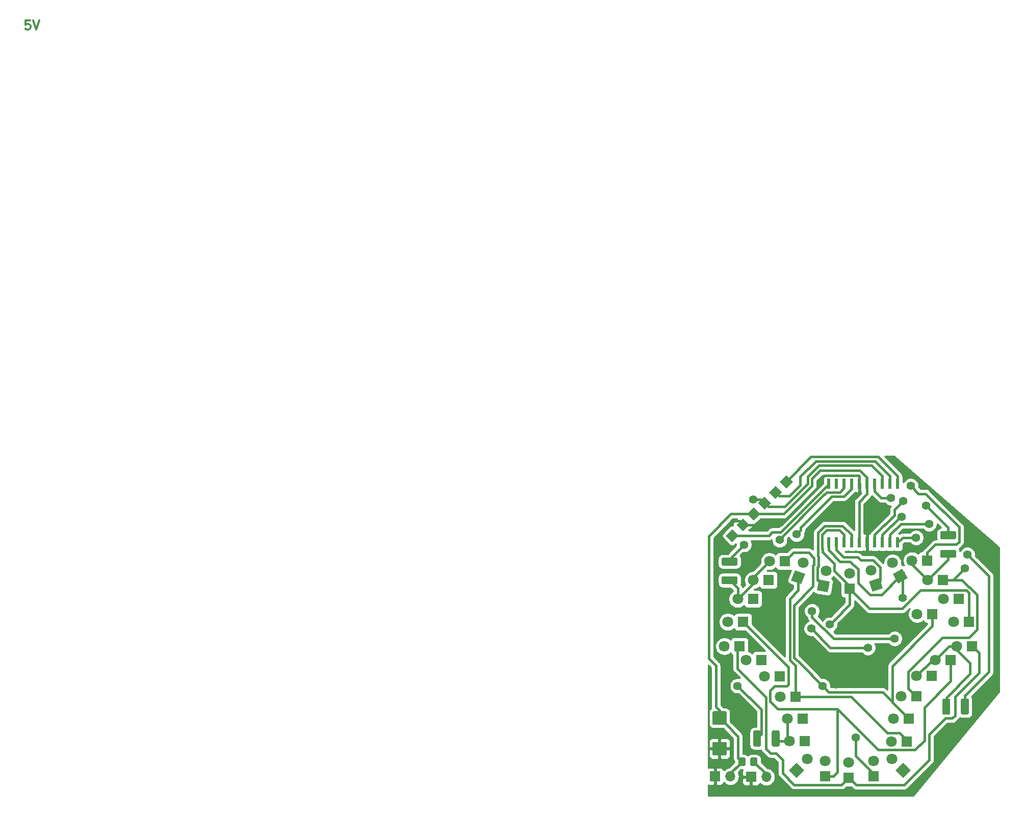
<source format=gtl>
%TF.GenerationSoftware,KiCad,Pcbnew,(5.1.4)-1*%
%TF.CreationDate,2021-08-29T10:15:52+03:00*%
%TF.ProjectId,kone,6b6f6e65-2e6b-4696-9361-645f70636258,rev?*%
%TF.SameCoordinates,Original*%
%TF.FileFunction,Copper,L1,Top*%
%TF.FilePolarity,Positive*%
%FSLAX46Y46*%
G04 Gerber Fmt 4.6, Leading zero omitted, Abs format (unit mm)*
G04 Created by KiCad (PCBNEW (5.1.4)-1) date 2021-08-29 10:15:52*
%MOMM*%
%LPD*%
G04 APERTURE LIST*
%TA.AperFunction,NonConductor*%
%ADD10C,0.300000*%
%TD*%
%TA.AperFunction,SMDPad,CuDef*%
%ADD11R,0.600000X1.750000*%
%TD*%
%TA.AperFunction,ComponentPad*%
%ADD12R,1.700000X1.700000*%
%TD*%
%TA.AperFunction,ComponentPad*%
%ADD13O,1.700000X1.700000*%
%TD*%
%TA.AperFunction,SMDPad,CuDef*%
%ADD14C,1.524000*%
%TD*%
%TA.AperFunction,Conductor*%
%ADD15C,0.150000*%
%TD*%
%TA.AperFunction,ComponentPad*%
%ADD16R,1.800000X1.800000*%
%TD*%
%TA.AperFunction,ComponentPad*%
%ADD17C,1.800000*%
%TD*%
%TA.AperFunction,SMDPad,CuDef*%
%ADD18C,2.250000*%
%TD*%
%TA.AperFunction,SMDPad,CuDef*%
%ADD19C,1.200000*%
%TD*%
%TA.AperFunction,SMDPad,CuDef*%
%ADD20C,1.300000*%
%TD*%
%TA.AperFunction,ViaPad*%
%ADD21C,1.400000*%
%TD*%
%TA.AperFunction,Conductor*%
%ADD22C,0.400000*%
%TD*%
%TA.AperFunction,Conductor*%
%ADD23C,0.254000*%
%TD*%
G04 APERTURE END LIST*
D10*
X119983285Y-30674571D02*
X119269000Y-30674571D01*
X119197571Y-31388857D01*
X119269000Y-31317428D01*
X119411857Y-31246000D01*
X119769000Y-31246000D01*
X119911857Y-31317428D01*
X119983285Y-31388857D01*
X120054714Y-31531714D01*
X120054714Y-31888857D01*
X119983285Y-32031714D01*
X119911857Y-32103142D01*
X119769000Y-32174571D01*
X119411857Y-32174571D01*
X119269000Y-32103142D01*
X119197571Y-32031714D01*
X120483285Y-30674571D02*
X120983285Y-32174571D01*
X121483285Y-30674571D01*
D11*
%TO.P,IC1,20*%
%TO.N,Net-(IC1-Pad20)*%
X264033000Y-117397000D03*
%TO.P,IC1,19*%
%TO.N,Net-(IC1-Pad19)*%
X262763000Y-117397000D03*
%TO.P,IC1,18*%
%TO.N,Net-(IC1-Pad18)*%
X261493000Y-117397000D03*
%TO.P,IC1,17*%
%TO.N,Net-(IC1-Pad17)*%
X260223000Y-117397000D03*
%TO.P,IC1,16*%
%TO.N,GND*%
X258953000Y-117397000D03*
%TO.P,IC1,15*%
%TO.N,VCC*%
X257683000Y-117397000D03*
%TO.P,IC1,14*%
%TO.N,Net-(D1-Pad1)*%
X256413000Y-117397000D03*
%TO.P,IC1,13*%
%TO.N,Net-(D10-Pad1)*%
X255143000Y-117397000D03*
%TO.P,IC1,12*%
%TO.N,Net-(D11-Pad1)*%
X253873000Y-117397000D03*
%TO.P,IC1,11*%
%TO.N,Net-(D12-Pad1)*%
X252603000Y-117397000D03*
%TO.P,IC1,10*%
%TO.N,Net-(IC1-Pad10)*%
X252603000Y-107647000D03*
%TO.P,IC1,9*%
%TO.N,Net-(IC1-Pad9)*%
X253873000Y-107647000D03*
%TO.P,IC1,8*%
%TO.N,Net-(D15-Pad1)*%
X255143000Y-107647000D03*
%TO.P,IC1,7*%
%TO.N,Net-(D14-Pad1)*%
X256413000Y-107647000D03*
%TO.P,IC1,1*%
%TO.N,Net-(IC1-Pad1)*%
X264033000Y-107647000D03*
%TO.P,IC1,2*%
%TO.N,Net-(IC1-Pad2)*%
X262763000Y-107647000D03*
%TO.P,IC1,3*%
%TO.N,Net-(D16-Pad1)*%
X261493000Y-107647000D03*
%TO.P,IC1,4*%
%TO.N,Net-(D13-Pad1)*%
X260223000Y-107647000D03*
%TO.P,IC1,5*%
%TO.N,VCC*%
X258953000Y-107647000D03*
%TO.P,IC1,6*%
%TO.N,GND*%
X257683000Y-107647000D03*
%TD*%
D12*
%TO.P,P3,1*%
%TO.N,GND*%
X233710000Y-156250000D03*
D13*
%TO.P,P3,2*%
%TO.N,VCC*%
X236250000Y-156250000D03*
%TD*%
D14*
%TO.P,P1,6*%
%TO.N,Net-(IC1-Pad10)*%
X236555872Y-116250128D03*
D15*
%TD*%
%TO.N,Net-(IC1-Pad10)*%
%TO.C,P1*%
G36*
X236555872Y-115172497D02*
G01*
X237633503Y-116250128D01*
X236555872Y-117327759D01*
X235478241Y-116250128D01*
X236555872Y-115172497D01*
X236555872Y-115172497D01*
G37*
D14*
%TO.P,P1,5*%
%TO.N,GND*%
X238351923Y-114454077D03*
D15*
%TD*%
%TO.N,GND*%
%TO.C,P1*%
G36*
X238351923Y-113376446D02*
G01*
X239429554Y-114454077D01*
X238351923Y-115531708D01*
X237274292Y-114454077D01*
X238351923Y-113376446D01*
X238351923Y-113376446D01*
G37*
D14*
%TO.P,P1,4*%
%TO.N,VCC*%
X240147974Y-112658026D03*
D15*
%TD*%
%TO.N,VCC*%
%TO.C,P1*%
G36*
X240147974Y-111580395D02*
G01*
X241225605Y-112658026D01*
X240147974Y-113735657D01*
X239070343Y-112658026D01*
X240147974Y-111580395D01*
X240147974Y-111580395D01*
G37*
D14*
%TO.P,P1,3*%
%TO.N,Net-(D16-Pad1)*%
X241944026Y-110861974D03*
D15*
%TD*%
%TO.N,Net-(D16-Pad1)*%
%TO.C,P1*%
G36*
X241944026Y-109784343D02*
G01*
X243021657Y-110861974D01*
X241944026Y-111939605D01*
X240866395Y-110861974D01*
X241944026Y-109784343D01*
X241944026Y-109784343D01*
G37*
D14*
%TO.P,P1,2*%
%TO.N,Net-(IC1-Pad2)*%
X243740077Y-109065923D03*
D15*
%TD*%
%TO.N,Net-(IC1-Pad2)*%
%TO.C,P1*%
G36*
X243740077Y-107988292D02*
G01*
X244817708Y-109065923D01*
X243740077Y-110143554D01*
X242662446Y-109065923D01*
X243740077Y-107988292D01*
X243740077Y-107988292D01*
G37*
D14*
%TO.P,P1,1*%
%TO.N,Net-(IC1-Pad1)*%
X245536128Y-107269872D03*
D15*
%TD*%
%TO.N,Net-(IC1-Pad1)*%
%TO.C,P1*%
G36*
X245536128Y-106192241D02*
G01*
X246613759Y-107269872D01*
X245536128Y-108347503D01*
X244458497Y-107269872D01*
X245536128Y-106192241D01*
X245536128Y-106192241D01*
G37*
D16*
%TO.P,D29,1*%
%TO.N,Net-(D13-Pad1)*%
X268940000Y-120380000D03*
D17*
%TO.P,D29,2*%
%TO.N,Net-(D25-Pad2)*%
X266400000Y-120380000D03*
%TD*%
%TO.P,D9,1*%
%TO.N,Net-(D1-Pad1)*%
X264910000Y-155170000D03*
D15*
%TD*%
%TO.N,Net-(D1-Pad1)*%
%TO.C,D9*%
G36*
X266182792Y-155170000D02*
G01*
X264910000Y-156442792D01*
X263637208Y-155170000D01*
X264910000Y-153897208D01*
X266182792Y-155170000D01*
X266182792Y-155170000D01*
G37*
D17*
%TO.P,D9,2*%
%TO.N,Net-(D10-Pad2)*%
X263113949Y-153373949D03*
%TD*%
%TO.P,D11,2*%
%TO.N,Net-(D10-Pad2)*%
X255920000Y-153900000D03*
D16*
%TO.P,D11,1*%
%TO.N,Net-(D11-Pad1)*%
X255920000Y-156440000D03*
%TD*%
%TO.P,D12,1*%
%TO.N,Net-(D12-Pad1)*%
X252030000Y-156230000D03*
D17*
%TO.P,D12,2*%
%TO.N,Net-(D10-Pad2)*%
X252030000Y-153690000D03*
%TD*%
%TO.P,D13,2*%
%TO.N,Net-(D10-Pad2)*%
X249046051Y-153383949D03*
%TO.P,D13,1*%
%TO.N,Net-(D13-Pad1)*%
X247250000Y-155180000D03*
D15*
%TD*%
%TO.N,Net-(D13-Pad1)*%
%TO.C,D13*%
G36*
X247250000Y-156452792D02*
G01*
X245977208Y-155180000D01*
X247250000Y-153907208D01*
X248522792Y-155180000D01*
X247250000Y-156452792D01*
X247250000Y-156452792D01*
G37*
D17*
%TO.P,D16,2*%
%TO.N,Net-(D10-Pad2)*%
X244540000Y-142980000D03*
D16*
%TO.P,D16,1*%
%TO.N,Net-(D16-Pad1)*%
X247080000Y-142980000D03*
%TD*%
%TO.P,D7,1*%
%TO.N,Net-(D15-Pad1)*%
X265860000Y-146660000D03*
D17*
%TO.P,D7,2*%
%TO.N,Net-(D1-Pad2)*%
X263320000Y-146660000D03*
%TD*%
%TO.P,D6,2*%
%TO.N,Net-(D1-Pad2)*%
X264570000Y-142970000D03*
D16*
%TO.P,D6,1*%
%TO.N,Net-(D14-Pad1)*%
X267110000Y-142970000D03*
%TD*%
D17*
%TO.P,D1,2*%
%TO.N,Net-(D1-Pad2)*%
X271640000Y-126760000D03*
D16*
%TO.P,D1,1*%
%TO.N,Net-(D1-Pad1)*%
X274180000Y-126760000D03*
%TD*%
%TO.P,D3,1*%
%TO.N,Net-(D11-Pad1)*%
X276400000Y-134630000D03*
D17*
%TO.P,D3,2*%
%TO.N,Net-(D1-Pad2)*%
X273860000Y-134630000D03*
%TD*%
%TO.P,D4,2*%
%TO.N,Net-(D1-Pad2)*%
X270280000Y-136910000D03*
D16*
%TO.P,D4,1*%
%TO.N,Net-(D12-Pad1)*%
X272820000Y-136910000D03*
%TD*%
%TO.P,D2,1*%
%TO.N,Net-(D10-Pad1)*%
X275830000Y-130570000D03*
D17*
%TO.P,D2,2*%
%TO.N,Net-(D1-Pad2)*%
X273290000Y-130570000D03*
%TD*%
D16*
%TO.P,D5,1*%
%TO.N,Net-(D13-Pad1)*%
X269710000Y-139580000D03*
D17*
%TO.P,D5,2*%
%TO.N,Net-(D1-Pad2)*%
X267170000Y-139580000D03*
%TD*%
D16*
%TO.P,D14,1*%
%TO.N,Net-(D14-Pad1)*%
X248630000Y-150360000D03*
D17*
%TO.P,D14,2*%
%TO.N,Net-(D10-Pad2)*%
X246090000Y-150360000D03*
%TD*%
D12*
%TO.P,P2,1*%
%TO.N,GND*%
X239700000Y-156350000D03*
D13*
%TO.P,P2,2*%
%TO.N,Net-(F1-Pad2)*%
X242240000Y-156350000D03*
%TD*%
D15*
%TO.N,VCC*%
%TO.C,C1*%
G36*
X235409505Y-145416204D02*
G01*
X235433773Y-145419804D01*
X235457572Y-145425765D01*
X235480671Y-145434030D01*
X235502850Y-145444520D01*
X235523893Y-145457132D01*
X235543599Y-145471747D01*
X235561777Y-145488223D01*
X235578253Y-145506401D01*
X235592868Y-145526107D01*
X235605480Y-145547150D01*
X235615970Y-145569329D01*
X235624235Y-145592428D01*
X235630196Y-145616227D01*
X235633796Y-145640495D01*
X235635000Y-145664999D01*
X235635000Y-147415001D01*
X235633796Y-147439505D01*
X235630196Y-147463773D01*
X235624235Y-147487572D01*
X235615970Y-147510671D01*
X235605480Y-147532850D01*
X235592868Y-147553893D01*
X235578253Y-147573599D01*
X235561777Y-147591777D01*
X235543599Y-147608253D01*
X235523893Y-147622868D01*
X235502850Y-147635480D01*
X235480671Y-147645970D01*
X235457572Y-147654235D01*
X235433773Y-147660196D01*
X235409505Y-147663796D01*
X235385001Y-147665000D01*
X233534999Y-147665000D01*
X233510495Y-147663796D01*
X233486227Y-147660196D01*
X233462428Y-147654235D01*
X233439329Y-147645970D01*
X233417150Y-147635480D01*
X233396107Y-147622868D01*
X233376401Y-147608253D01*
X233358223Y-147591777D01*
X233341747Y-147573599D01*
X233327132Y-147553893D01*
X233314520Y-147532850D01*
X233304030Y-147510671D01*
X233295765Y-147487572D01*
X233289804Y-147463773D01*
X233286204Y-147439505D01*
X233285000Y-147415001D01*
X233285000Y-145664999D01*
X233286204Y-145640495D01*
X233289804Y-145616227D01*
X233295765Y-145592428D01*
X233304030Y-145569329D01*
X233314520Y-145547150D01*
X233327132Y-145526107D01*
X233341747Y-145506401D01*
X233358223Y-145488223D01*
X233376401Y-145471747D01*
X233396107Y-145457132D01*
X233417150Y-145444520D01*
X233439329Y-145434030D01*
X233462428Y-145425765D01*
X233486227Y-145419804D01*
X233510495Y-145416204D01*
X233534999Y-145415000D01*
X235385001Y-145415000D01*
X235409505Y-145416204D01*
X235409505Y-145416204D01*
G37*
D18*
%TD*%
%TO.P,C1,1*%
%TO.N,VCC*%
X234460000Y-146540000D03*
D15*
%TO.N,GND*%
%TO.C,C1*%
G36*
X235409505Y-150516204D02*
G01*
X235433773Y-150519804D01*
X235457572Y-150525765D01*
X235480671Y-150534030D01*
X235502850Y-150544520D01*
X235523893Y-150557132D01*
X235543599Y-150571747D01*
X235561777Y-150588223D01*
X235578253Y-150606401D01*
X235592868Y-150626107D01*
X235605480Y-150647150D01*
X235615970Y-150669329D01*
X235624235Y-150692428D01*
X235630196Y-150716227D01*
X235633796Y-150740495D01*
X235635000Y-150764999D01*
X235635000Y-152515001D01*
X235633796Y-152539505D01*
X235630196Y-152563773D01*
X235624235Y-152587572D01*
X235615970Y-152610671D01*
X235605480Y-152632850D01*
X235592868Y-152653893D01*
X235578253Y-152673599D01*
X235561777Y-152691777D01*
X235543599Y-152708253D01*
X235523893Y-152722868D01*
X235502850Y-152735480D01*
X235480671Y-152745970D01*
X235457572Y-152754235D01*
X235433773Y-152760196D01*
X235409505Y-152763796D01*
X235385001Y-152765000D01*
X233534999Y-152765000D01*
X233510495Y-152763796D01*
X233486227Y-152760196D01*
X233462428Y-152754235D01*
X233439329Y-152745970D01*
X233417150Y-152735480D01*
X233396107Y-152722868D01*
X233376401Y-152708253D01*
X233358223Y-152691777D01*
X233341747Y-152673599D01*
X233327132Y-152653893D01*
X233314520Y-152632850D01*
X233304030Y-152610671D01*
X233295765Y-152587572D01*
X233289804Y-152563773D01*
X233286204Y-152539505D01*
X233285000Y-152515001D01*
X233285000Y-150764999D01*
X233286204Y-150740495D01*
X233289804Y-150716227D01*
X233295765Y-150692428D01*
X233304030Y-150669329D01*
X233314520Y-150647150D01*
X233327132Y-150626107D01*
X233341747Y-150606401D01*
X233358223Y-150588223D01*
X233376401Y-150571747D01*
X233396107Y-150557132D01*
X233417150Y-150544520D01*
X233439329Y-150534030D01*
X233462428Y-150525765D01*
X233486227Y-150519804D01*
X233510495Y-150516204D01*
X233534999Y-150515000D01*
X235385001Y-150515000D01*
X235409505Y-150516204D01*
X235409505Y-150516204D01*
G37*
D18*
%TD*%
%TO.P,C1,2*%
%TO.N,GND*%
X234460000Y-151640000D03*
D15*
%TO.N,VCC*%
%TO.C,F1*%
G36*
X238534505Y-153121204D02*
G01*
X238558773Y-153124804D01*
X238582572Y-153130765D01*
X238605671Y-153139030D01*
X238627850Y-153149520D01*
X238648893Y-153162132D01*
X238668599Y-153176747D01*
X238686777Y-153193223D01*
X238703253Y-153211401D01*
X238717868Y-153231107D01*
X238730480Y-153252150D01*
X238740970Y-153274329D01*
X238749235Y-153297428D01*
X238755196Y-153321227D01*
X238758796Y-153345495D01*
X238760000Y-153369999D01*
X238760000Y-154270001D01*
X238758796Y-154294505D01*
X238755196Y-154318773D01*
X238749235Y-154342572D01*
X238740970Y-154365671D01*
X238730480Y-154387850D01*
X238717868Y-154408893D01*
X238703253Y-154428599D01*
X238686777Y-154446777D01*
X238668599Y-154463253D01*
X238648893Y-154477868D01*
X238627850Y-154490480D01*
X238605671Y-154500970D01*
X238582572Y-154509235D01*
X238558773Y-154515196D01*
X238534505Y-154518796D01*
X238510001Y-154520000D01*
X237809999Y-154520000D01*
X237785495Y-154518796D01*
X237761227Y-154515196D01*
X237737428Y-154509235D01*
X237714329Y-154500970D01*
X237692150Y-154490480D01*
X237671107Y-154477868D01*
X237651401Y-154463253D01*
X237633223Y-154446777D01*
X237616747Y-154428599D01*
X237602132Y-154408893D01*
X237589520Y-154387850D01*
X237579030Y-154365671D01*
X237570765Y-154342572D01*
X237564804Y-154318773D01*
X237561204Y-154294505D01*
X237560000Y-154270001D01*
X237560000Y-153369999D01*
X237561204Y-153345495D01*
X237564804Y-153321227D01*
X237570765Y-153297428D01*
X237579030Y-153274329D01*
X237589520Y-153252150D01*
X237602132Y-153231107D01*
X237616747Y-153211401D01*
X237633223Y-153193223D01*
X237651401Y-153176747D01*
X237671107Y-153162132D01*
X237692150Y-153149520D01*
X237714329Y-153139030D01*
X237737428Y-153130765D01*
X237761227Y-153124804D01*
X237785495Y-153121204D01*
X237809999Y-153120000D01*
X238510001Y-153120000D01*
X238534505Y-153121204D01*
X238534505Y-153121204D01*
G37*
D19*
%TD*%
%TO.P,F1,1*%
%TO.N,VCC*%
X238160000Y-153820000D03*
D15*
%TO.N,Net-(F1-Pad2)*%
%TO.C,F1*%
G36*
X240534505Y-153121204D02*
G01*
X240558773Y-153124804D01*
X240582572Y-153130765D01*
X240605671Y-153139030D01*
X240627850Y-153149520D01*
X240648893Y-153162132D01*
X240668599Y-153176747D01*
X240686777Y-153193223D01*
X240703253Y-153211401D01*
X240717868Y-153231107D01*
X240730480Y-153252150D01*
X240740970Y-153274329D01*
X240749235Y-153297428D01*
X240755196Y-153321227D01*
X240758796Y-153345495D01*
X240760000Y-153369999D01*
X240760000Y-154270001D01*
X240758796Y-154294505D01*
X240755196Y-154318773D01*
X240749235Y-154342572D01*
X240740970Y-154365671D01*
X240730480Y-154387850D01*
X240717868Y-154408893D01*
X240703253Y-154428599D01*
X240686777Y-154446777D01*
X240668599Y-154463253D01*
X240648893Y-154477868D01*
X240627850Y-154490480D01*
X240605671Y-154500970D01*
X240582572Y-154509235D01*
X240558773Y-154515196D01*
X240534505Y-154518796D01*
X240510001Y-154520000D01*
X239809999Y-154520000D01*
X239785495Y-154518796D01*
X239761227Y-154515196D01*
X239737428Y-154509235D01*
X239714329Y-154500970D01*
X239692150Y-154490480D01*
X239671107Y-154477868D01*
X239651401Y-154463253D01*
X239633223Y-154446777D01*
X239616747Y-154428599D01*
X239602132Y-154408893D01*
X239589520Y-154387850D01*
X239579030Y-154365671D01*
X239570765Y-154342572D01*
X239564804Y-154318773D01*
X239561204Y-154294505D01*
X239560000Y-154270001D01*
X239560000Y-153369999D01*
X239561204Y-153345495D01*
X239564804Y-153321227D01*
X239570765Y-153297428D01*
X239579030Y-153274329D01*
X239589520Y-153252150D01*
X239602132Y-153231107D01*
X239616747Y-153211401D01*
X239633223Y-153193223D01*
X239651401Y-153176747D01*
X239671107Y-153162132D01*
X239692150Y-153149520D01*
X239714329Y-153139030D01*
X239737428Y-153130765D01*
X239761227Y-153124804D01*
X239785495Y-153121204D01*
X239809999Y-153120000D01*
X240510001Y-153120000D01*
X240534505Y-153121204D01*
X240534505Y-153121204D01*
G37*
D19*
%TD*%
%TO.P,F1,2*%
%TO.N,Net-(F1-Pad2)*%
X240160000Y-153820000D03*
D15*
%TO.N,Net-(IC1-Pad20)*%
%TO.C,R1*%
G36*
X275624504Y-143316204D02*
G01*
X275648773Y-143319804D01*
X275672571Y-143325765D01*
X275695671Y-143334030D01*
X275717849Y-143344520D01*
X275738893Y-143357133D01*
X275758598Y-143371747D01*
X275776777Y-143388223D01*
X275793253Y-143406402D01*
X275807867Y-143426107D01*
X275820480Y-143447151D01*
X275830970Y-143469329D01*
X275839235Y-143492429D01*
X275845196Y-143516227D01*
X275848796Y-143540496D01*
X275850000Y-143565000D01*
X275850000Y-145715000D01*
X275848796Y-145739504D01*
X275845196Y-145763773D01*
X275839235Y-145787571D01*
X275830970Y-145810671D01*
X275820480Y-145832849D01*
X275807867Y-145853893D01*
X275793253Y-145873598D01*
X275776777Y-145891777D01*
X275758598Y-145908253D01*
X275738893Y-145922867D01*
X275717849Y-145935480D01*
X275695671Y-145945970D01*
X275672571Y-145954235D01*
X275648773Y-145960196D01*
X275624504Y-145963796D01*
X275600000Y-145965000D01*
X274800000Y-145965000D01*
X274775496Y-145963796D01*
X274751227Y-145960196D01*
X274727429Y-145954235D01*
X274704329Y-145945970D01*
X274682151Y-145935480D01*
X274661107Y-145922867D01*
X274641402Y-145908253D01*
X274623223Y-145891777D01*
X274606747Y-145873598D01*
X274592133Y-145853893D01*
X274579520Y-145832849D01*
X274569030Y-145810671D01*
X274560765Y-145787571D01*
X274554804Y-145763773D01*
X274551204Y-145739504D01*
X274550000Y-145715000D01*
X274550000Y-143565000D01*
X274551204Y-143540496D01*
X274554804Y-143516227D01*
X274560765Y-143492429D01*
X274569030Y-143469329D01*
X274579520Y-143447151D01*
X274592133Y-143426107D01*
X274606747Y-143406402D01*
X274623223Y-143388223D01*
X274641402Y-143371747D01*
X274661107Y-143357133D01*
X274682151Y-143344520D01*
X274704329Y-143334030D01*
X274727429Y-143325765D01*
X274751227Y-143319804D01*
X274775496Y-143316204D01*
X274800000Y-143315000D01*
X275600000Y-143315000D01*
X275624504Y-143316204D01*
X275624504Y-143316204D01*
G37*
D20*
%TD*%
%TO.P,R1,1*%
%TO.N,Net-(IC1-Pad20)*%
X275200000Y-144640000D03*
D15*
%TO.N,Net-(D1-Pad2)*%
%TO.C,R1*%
G36*
X272524504Y-143316204D02*
G01*
X272548773Y-143319804D01*
X272572571Y-143325765D01*
X272595671Y-143334030D01*
X272617849Y-143344520D01*
X272638893Y-143357133D01*
X272658598Y-143371747D01*
X272676777Y-143388223D01*
X272693253Y-143406402D01*
X272707867Y-143426107D01*
X272720480Y-143447151D01*
X272730970Y-143469329D01*
X272739235Y-143492429D01*
X272745196Y-143516227D01*
X272748796Y-143540496D01*
X272750000Y-143565000D01*
X272750000Y-145715000D01*
X272748796Y-145739504D01*
X272745196Y-145763773D01*
X272739235Y-145787571D01*
X272730970Y-145810671D01*
X272720480Y-145832849D01*
X272707867Y-145853893D01*
X272693253Y-145873598D01*
X272676777Y-145891777D01*
X272658598Y-145908253D01*
X272638893Y-145922867D01*
X272617849Y-145935480D01*
X272595671Y-145945970D01*
X272572571Y-145954235D01*
X272548773Y-145960196D01*
X272524504Y-145963796D01*
X272500000Y-145965000D01*
X271700000Y-145965000D01*
X271675496Y-145963796D01*
X271651227Y-145960196D01*
X271627429Y-145954235D01*
X271604329Y-145945970D01*
X271582151Y-145935480D01*
X271561107Y-145922867D01*
X271541402Y-145908253D01*
X271523223Y-145891777D01*
X271506747Y-145873598D01*
X271492133Y-145853893D01*
X271479520Y-145832849D01*
X271469030Y-145810671D01*
X271460765Y-145787571D01*
X271454804Y-145763773D01*
X271451204Y-145739504D01*
X271450000Y-145715000D01*
X271450000Y-143565000D01*
X271451204Y-143540496D01*
X271454804Y-143516227D01*
X271460765Y-143492429D01*
X271469030Y-143469329D01*
X271479520Y-143447151D01*
X271492133Y-143426107D01*
X271506747Y-143406402D01*
X271523223Y-143388223D01*
X271541402Y-143371747D01*
X271561107Y-143357133D01*
X271582151Y-143344520D01*
X271604329Y-143334030D01*
X271627429Y-143325765D01*
X271651227Y-143319804D01*
X271675496Y-143316204D01*
X271700000Y-143315000D01*
X272500000Y-143315000D01*
X272524504Y-143316204D01*
X272524504Y-143316204D01*
G37*
D20*
%TD*%
%TO.P,R1,2*%
%TO.N,Net-(D1-Pad2)*%
X272100000Y-144640000D03*
D15*
%TO.N,Net-(D10-Pad2)*%
%TO.C,R2*%
G36*
X244214504Y-148626204D02*
G01*
X244238773Y-148629804D01*
X244262571Y-148635765D01*
X244285671Y-148644030D01*
X244307849Y-148654520D01*
X244328893Y-148667133D01*
X244348598Y-148681747D01*
X244366777Y-148698223D01*
X244383253Y-148716402D01*
X244397867Y-148736107D01*
X244410480Y-148757151D01*
X244420970Y-148779329D01*
X244429235Y-148802429D01*
X244435196Y-148826227D01*
X244438796Y-148850496D01*
X244440000Y-148875000D01*
X244440000Y-151025000D01*
X244438796Y-151049504D01*
X244435196Y-151073773D01*
X244429235Y-151097571D01*
X244420970Y-151120671D01*
X244410480Y-151142849D01*
X244397867Y-151163893D01*
X244383253Y-151183598D01*
X244366777Y-151201777D01*
X244348598Y-151218253D01*
X244328893Y-151232867D01*
X244307849Y-151245480D01*
X244285671Y-151255970D01*
X244262571Y-151264235D01*
X244238773Y-151270196D01*
X244214504Y-151273796D01*
X244190000Y-151275000D01*
X243390000Y-151275000D01*
X243365496Y-151273796D01*
X243341227Y-151270196D01*
X243317429Y-151264235D01*
X243294329Y-151255970D01*
X243272151Y-151245480D01*
X243251107Y-151232867D01*
X243231402Y-151218253D01*
X243213223Y-151201777D01*
X243196747Y-151183598D01*
X243182133Y-151163893D01*
X243169520Y-151142849D01*
X243159030Y-151120671D01*
X243150765Y-151097571D01*
X243144804Y-151073773D01*
X243141204Y-151049504D01*
X243140000Y-151025000D01*
X243140000Y-148875000D01*
X243141204Y-148850496D01*
X243144804Y-148826227D01*
X243150765Y-148802429D01*
X243159030Y-148779329D01*
X243169520Y-148757151D01*
X243182133Y-148736107D01*
X243196747Y-148716402D01*
X243213223Y-148698223D01*
X243231402Y-148681747D01*
X243251107Y-148667133D01*
X243272151Y-148654520D01*
X243294329Y-148644030D01*
X243317429Y-148635765D01*
X243341227Y-148629804D01*
X243365496Y-148626204D01*
X243390000Y-148625000D01*
X244190000Y-148625000D01*
X244214504Y-148626204D01*
X244214504Y-148626204D01*
G37*
D20*
%TD*%
%TO.P,R2,2*%
%TO.N,Net-(D10-Pad2)*%
X243790000Y-149950000D03*
D15*
%TO.N,Net-(IC1-Pad19)*%
%TO.C,R2*%
G36*
X241114504Y-148626204D02*
G01*
X241138773Y-148629804D01*
X241162571Y-148635765D01*
X241185671Y-148644030D01*
X241207849Y-148654520D01*
X241228893Y-148667133D01*
X241248598Y-148681747D01*
X241266777Y-148698223D01*
X241283253Y-148716402D01*
X241297867Y-148736107D01*
X241310480Y-148757151D01*
X241320970Y-148779329D01*
X241329235Y-148802429D01*
X241335196Y-148826227D01*
X241338796Y-148850496D01*
X241340000Y-148875000D01*
X241340000Y-151025000D01*
X241338796Y-151049504D01*
X241335196Y-151073773D01*
X241329235Y-151097571D01*
X241320970Y-151120671D01*
X241310480Y-151142849D01*
X241297867Y-151163893D01*
X241283253Y-151183598D01*
X241266777Y-151201777D01*
X241248598Y-151218253D01*
X241228893Y-151232867D01*
X241207849Y-151245480D01*
X241185671Y-151255970D01*
X241162571Y-151264235D01*
X241138773Y-151270196D01*
X241114504Y-151273796D01*
X241090000Y-151275000D01*
X240290000Y-151275000D01*
X240265496Y-151273796D01*
X240241227Y-151270196D01*
X240217429Y-151264235D01*
X240194329Y-151255970D01*
X240172151Y-151245480D01*
X240151107Y-151232867D01*
X240131402Y-151218253D01*
X240113223Y-151201777D01*
X240096747Y-151183598D01*
X240082133Y-151163893D01*
X240069520Y-151142849D01*
X240059030Y-151120671D01*
X240050765Y-151097571D01*
X240044804Y-151073773D01*
X240041204Y-151049504D01*
X240040000Y-151025000D01*
X240040000Y-148875000D01*
X240041204Y-148850496D01*
X240044804Y-148826227D01*
X240050765Y-148802429D01*
X240059030Y-148779329D01*
X240069520Y-148757151D01*
X240082133Y-148736107D01*
X240096747Y-148716402D01*
X240113223Y-148698223D01*
X240131402Y-148681747D01*
X240151107Y-148667133D01*
X240172151Y-148654520D01*
X240194329Y-148644030D01*
X240217429Y-148635765D01*
X240241227Y-148629804D01*
X240265496Y-148626204D01*
X240290000Y-148625000D01*
X241090000Y-148625000D01*
X241114504Y-148626204D01*
X241114504Y-148626204D01*
G37*
D20*
%TD*%
%TO.P,R2,1*%
%TO.N,Net-(IC1-Pad19)*%
X240690000Y-149950000D03*
D15*
%TO.N,Net-(IC1-Pad18)*%
%TO.C,R3*%
G36*
X237219504Y-119921204D02*
G01*
X237243773Y-119924804D01*
X237267571Y-119930765D01*
X237290671Y-119939030D01*
X237312849Y-119949520D01*
X237333893Y-119962133D01*
X237353598Y-119976747D01*
X237371777Y-119993223D01*
X237388253Y-120011402D01*
X237402867Y-120031107D01*
X237415480Y-120052151D01*
X237425970Y-120074329D01*
X237434235Y-120097429D01*
X237440196Y-120121227D01*
X237443796Y-120145496D01*
X237445000Y-120170000D01*
X237445000Y-120970000D01*
X237443796Y-120994504D01*
X237440196Y-121018773D01*
X237434235Y-121042571D01*
X237425970Y-121065671D01*
X237415480Y-121087849D01*
X237402867Y-121108893D01*
X237388253Y-121128598D01*
X237371777Y-121146777D01*
X237353598Y-121163253D01*
X237333893Y-121177867D01*
X237312849Y-121190480D01*
X237290671Y-121200970D01*
X237267571Y-121209235D01*
X237243773Y-121215196D01*
X237219504Y-121218796D01*
X237195000Y-121220000D01*
X235045000Y-121220000D01*
X235020496Y-121218796D01*
X234996227Y-121215196D01*
X234972429Y-121209235D01*
X234949329Y-121200970D01*
X234927151Y-121190480D01*
X234906107Y-121177867D01*
X234886402Y-121163253D01*
X234868223Y-121146777D01*
X234851747Y-121128598D01*
X234837133Y-121108893D01*
X234824520Y-121087849D01*
X234814030Y-121065671D01*
X234805765Y-121042571D01*
X234799804Y-121018773D01*
X234796204Y-120994504D01*
X234795000Y-120970000D01*
X234795000Y-120170000D01*
X234796204Y-120145496D01*
X234799804Y-120121227D01*
X234805765Y-120097429D01*
X234814030Y-120074329D01*
X234824520Y-120052151D01*
X234837133Y-120031107D01*
X234851747Y-120011402D01*
X234868223Y-119993223D01*
X234886402Y-119976747D01*
X234906107Y-119962133D01*
X234927151Y-119949520D01*
X234949329Y-119939030D01*
X234972429Y-119930765D01*
X234996227Y-119924804D01*
X235020496Y-119921204D01*
X235045000Y-119920000D01*
X237195000Y-119920000D01*
X237219504Y-119921204D01*
X237219504Y-119921204D01*
G37*
D20*
%TD*%
%TO.P,R3,1*%
%TO.N,Net-(IC1-Pad18)*%
X236120000Y-120570000D03*
D15*
%TO.N,Net-(D17-Pad2)*%
%TO.C,R3*%
G36*
X237219504Y-123021204D02*
G01*
X237243773Y-123024804D01*
X237267571Y-123030765D01*
X237290671Y-123039030D01*
X237312849Y-123049520D01*
X237333893Y-123062133D01*
X237353598Y-123076747D01*
X237371777Y-123093223D01*
X237388253Y-123111402D01*
X237402867Y-123131107D01*
X237415480Y-123152151D01*
X237425970Y-123174329D01*
X237434235Y-123197429D01*
X237440196Y-123221227D01*
X237443796Y-123245496D01*
X237445000Y-123270000D01*
X237445000Y-124070000D01*
X237443796Y-124094504D01*
X237440196Y-124118773D01*
X237434235Y-124142571D01*
X237425970Y-124165671D01*
X237415480Y-124187849D01*
X237402867Y-124208893D01*
X237388253Y-124228598D01*
X237371777Y-124246777D01*
X237353598Y-124263253D01*
X237333893Y-124277867D01*
X237312849Y-124290480D01*
X237290671Y-124300970D01*
X237267571Y-124309235D01*
X237243773Y-124315196D01*
X237219504Y-124318796D01*
X237195000Y-124320000D01*
X235045000Y-124320000D01*
X235020496Y-124318796D01*
X234996227Y-124315196D01*
X234972429Y-124309235D01*
X234949329Y-124300970D01*
X234927151Y-124290480D01*
X234906107Y-124277867D01*
X234886402Y-124263253D01*
X234868223Y-124246777D01*
X234851747Y-124228598D01*
X234837133Y-124208893D01*
X234824520Y-124187849D01*
X234814030Y-124165671D01*
X234805765Y-124142571D01*
X234799804Y-124118773D01*
X234796204Y-124094504D01*
X234795000Y-124070000D01*
X234795000Y-123270000D01*
X234796204Y-123245496D01*
X234799804Y-123221227D01*
X234805765Y-123197429D01*
X234814030Y-123174329D01*
X234824520Y-123152151D01*
X234837133Y-123131107D01*
X234851747Y-123111402D01*
X234868223Y-123093223D01*
X234886402Y-123076747D01*
X234906107Y-123062133D01*
X234927151Y-123049520D01*
X234949329Y-123039030D01*
X234972429Y-123030765D01*
X234996227Y-123024804D01*
X235020496Y-123021204D01*
X235045000Y-123020000D01*
X237195000Y-123020000D01*
X237219504Y-123021204D01*
X237219504Y-123021204D01*
G37*
D20*
%TD*%
%TO.P,R3,2*%
%TO.N,Net-(D17-Pad2)*%
X236120000Y-123670000D03*
D15*
%TO.N,Net-(D25-Pad2)*%
%TO.C,R4*%
G36*
X273514504Y-118630204D02*
G01*
X273538773Y-118633804D01*
X273562571Y-118639765D01*
X273585671Y-118648030D01*
X273607849Y-118658520D01*
X273628893Y-118671133D01*
X273648598Y-118685747D01*
X273666777Y-118702223D01*
X273683253Y-118720402D01*
X273697867Y-118740107D01*
X273710480Y-118761151D01*
X273720970Y-118783329D01*
X273729235Y-118806429D01*
X273735196Y-118830227D01*
X273738796Y-118854496D01*
X273740000Y-118879000D01*
X273740000Y-119679000D01*
X273738796Y-119703504D01*
X273735196Y-119727773D01*
X273729235Y-119751571D01*
X273720970Y-119774671D01*
X273710480Y-119796849D01*
X273697867Y-119817893D01*
X273683253Y-119837598D01*
X273666777Y-119855777D01*
X273648598Y-119872253D01*
X273628893Y-119886867D01*
X273607849Y-119899480D01*
X273585671Y-119909970D01*
X273562571Y-119918235D01*
X273538773Y-119924196D01*
X273514504Y-119927796D01*
X273490000Y-119929000D01*
X271340000Y-119929000D01*
X271315496Y-119927796D01*
X271291227Y-119924196D01*
X271267429Y-119918235D01*
X271244329Y-119909970D01*
X271222151Y-119899480D01*
X271201107Y-119886867D01*
X271181402Y-119872253D01*
X271163223Y-119855777D01*
X271146747Y-119837598D01*
X271132133Y-119817893D01*
X271119520Y-119796849D01*
X271109030Y-119774671D01*
X271100765Y-119751571D01*
X271094804Y-119727773D01*
X271091204Y-119703504D01*
X271090000Y-119679000D01*
X271090000Y-118879000D01*
X271091204Y-118854496D01*
X271094804Y-118830227D01*
X271100765Y-118806429D01*
X271109030Y-118783329D01*
X271119520Y-118761151D01*
X271132133Y-118740107D01*
X271146747Y-118720402D01*
X271163223Y-118702223D01*
X271181402Y-118685747D01*
X271201107Y-118671133D01*
X271222151Y-118658520D01*
X271244329Y-118648030D01*
X271267429Y-118639765D01*
X271291227Y-118633804D01*
X271315496Y-118630204D01*
X271340000Y-118629000D01*
X273490000Y-118629000D01*
X273514504Y-118630204D01*
X273514504Y-118630204D01*
G37*
D20*
%TD*%
%TO.P,R4,2*%
%TO.N,Net-(D25-Pad2)*%
X272415000Y-119279000D03*
D15*
%TO.N,Net-(IC1-Pad17)*%
%TO.C,R4*%
G36*
X273514504Y-115530204D02*
G01*
X273538773Y-115533804D01*
X273562571Y-115539765D01*
X273585671Y-115548030D01*
X273607849Y-115558520D01*
X273628893Y-115571133D01*
X273648598Y-115585747D01*
X273666777Y-115602223D01*
X273683253Y-115620402D01*
X273697867Y-115640107D01*
X273710480Y-115661151D01*
X273720970Y-115683329D01*
X273729235Y-115706429D01*
X273735196Y-115730227D01*
X273738796Y-115754496D01*
X273740000Y-115779000D01*
X273740000Y-116579000D01*
X273738796Y-116603504D01*
X273735196Y-116627773D01*
X273729235Y-116651571D01*
X273720970Y-116674671D01*
X273710480Y-116696849D01*
X273697867Y-116717893D01*
X273683253Y-116737598D01*
X273666777Y-116755777D01*
X273648598Y-116772253D01*
X273628893Y-116786867D01*
X273607849Y-116799480D01*
X273585671Y-116809970D01*
X273562571Y-116818235D01*
X273538773Y-116824196D01*
X273514504Y-116827796D01*
X273490000Y-116829000D01*
X271340000Y-116829000D01*
X271315496Y-116827796D01*
X271291227Y-116824196D01*
X271267429Y-116818235D01*
X271244329Y-116809970D01*
X271222151Y-116799480D01*
X271201107Y-116786867D01*
X271181402Y-116772253D01*
X271163223Y-116755777D01*
X271146747Y-116737598D01*
X271132133Y-116717893D01*
X271119520Y-116696849D01*
X271109030Y-116674671D01*
X271100765Y-116651571D01*
X271094804Y-116627773D01*
X271091204Y-116603504D01*
X271090000Y-116579000D01*
X271090000Y-115779000D01*
X271091204Y-115754496D01*
X271094804Y-115730227D01*
X271100765Y-115706429D01*
X271109030Y-115683329D01*
X271119520Y-115661151D01*
X271132133Y-115640107D01*
X271146747Y-115620402D01*
X271163223Y-115602223D01*
X271181402Y-115585747D01*
X271201107Y-115571133D01*
X271222151Y-115558520D01*
X271244329Y-115548030D01*
X271267429Y-115539765D01*
X271291227Y-115533804D01*
X271315496Y-115530204D01*
X271340000Y-115529000D01*
X273490000Y-115529000D01*
X273514504Y-115530204D01*
X273514504Y-115530204D01*
G37*
D20*
%TD*%
%TO.P,R4,1*%
%TO.N,Net-(IC1-Pad17)*%
X272415000Y-116179000D03*
D16*
%TO.P,D15,1*%
%TO.N,Net-(D15-Pad1)*%
X248290000Y-146640000D03*
D17*
%TO.P,D15,2*%
%TO.N,Net-(D10-Pad2)*%
X245750000Y-146640000D03*
%TD*%
%TO.P,D17,2*%
%TO.N,Net-(D17-Pad2)*%
X241940000Y-139590000D03*
D16*
%TO.P,D17,1*%
%TO.N,Net-(D1-Pad1)*%
X244480000Y-139590000D03*
%TD*%
%TO.P,D18,1*%
%TO.N,Net-(D10-Pad1)*%
X241380000Y-136920000D03*
D17*
%TO.P,D18,2*%
%TO.N,Net-(D17-Pad2)*%
X238840000Y-136920000D03*
%TD*%
D16*
%TO.P,D19,1*%
%TO.N,Net-(D11-Pad1)*%
X237790000Y-134640000D03*
D17*
%TO.P,D19,2*%
%TO.N,Net-(D17-Pad2)*%
X235250000Y-134640000D03*
%TD*%
D16*
%TO.P,D20,1*%
%TO.N,Net-(D12-Pad1)*%
X238360000Y-130580000D03*
D17*
%TO.P,D20,2*%
%TO.N,Net-(D17-Pad2)*%
X235820000Y-130580000D03*
%TD*%
%TO.P,D21,2*%
%TO.N,Net-(D17-Pad2)*%
X237470000Y-126770000D03*
D16*
%TO.P,D21,1*%
%TO.N,Net-(D13-Pad1)*%
X240010000Y-126770000D03*
%TD*%
D17*
%TO.P,D22,2*%
%TO.N,Net-(D17-Pad2)*%
X240060000Y-123650000D03*
D16*
%TO.P,D22,1*%
%TO.N,Net-(D14-Pad1)*%
X242600000Y-123650000D03*
%TD*%
%TO.P,D23,1*%
%TO.N,Net-(D15-Pad1)*%
X245270000Y-120510000D03*
D17*
%TO.P,D23,2*%
%TO.N,Net-(D17-Pad2)*%
X242730000Y-120510000D03*
%TD*%
%TO.P,D24,2*%
%TO.N,Net-(D17-Pad2)*%
X248378731Y-120773181D03*
%TO.P,D24,1*%
%TO.N,Net-(D16-Pad1)*%
X247510000Y-123160000D03*
D15*
%TD*%
%TO.N,Net-(D16-Pad1)*%
%TO.C,D24*%
G36*
X248047905Y-124313541D02*
G01*
X246356459Y-123697905D01*
X246972095Y-122006459D01*
X248663541Y-122622095D01*
X248047905Y-124313541D01*
X248047905Y-124313541D01*
G37*
D17*
%TO.P,D25,2*%
%TO.N,Net-(D25-Pad2)*%
X252151066Y-122108588D03*
%TO.P,D25,1*%
%TO.N,Net-(D1-Pad1)*%
X251710000Y-124610000D03*
D15*
%TD*%
%TO.N,Net-(D1-Pad1)*%
%TO.C,D25*%
G36*
X252440044Y-125652610D02*
G01*
X250667390Y-125340044D01*
X250979956Y-123567390D01*
X252752610Y-123879956D01*
X252440044Y-125652610D01*
X252440044Y-125652610D01*
G37*
D16*
%TO.P,D26,1*%
%TO.N,Net-(D10-Pad1)*%
X256070000Y-125080000D03*
D17*
%TO.P,D26,2*%
%TO.N,Net-(D25-Pad2)*%
X256070000Y-122540000D03*
%TD*%
%TO.P,D27,1*%
%TO.N,Net-(D11-Pad1)*%
X260440000Y-124430000D03*
D15*
%TD*%
%TO.N,Net-(D11-Pad1)*%
%TO.C,D27*%
G36*
X261593541Y-124967905D02*
G01*
X259902095Y-125583541D01*
X259286459Y-123892095D01*
X260977905Y-123276459D01*
X261593541Y-124967905D01*
X261593541Y-124967905D01*
G37*
D17*
%TO.P,D27,2*%
%TO.N,Net-(D25-Pad2)*%
X259571269Y-122043181D03*
%TD*%
%TO.P,D30,2*%
%TO.N,Net-(D25-Pad2)*%
X269020000Y-123610000D03*
D16*
%TO.P,D30,1*%
%TO.N,Net-(D14-Pad1)*%
X271560000Y-123610000D03*
%TD*%
%TO.P,D31,1*%
%TO.N,Net-(D15-Pad1)*%
X269780000Y-129290000D03*
D17*
%TO.P,D31,2*%
%TO.N,Net-(D25-Pad2)*%
X267240000Y-129290000D03*
%TD*%
%TO.P,D8,2*%
%TO.N,Net-(D1-Pad2)*%
X263010000Y-150450000D03*
D16*
%TO.P,D8,1*%
%TO.N,Net-(D16-Pad1)*%
X265550000Y-150450000D03*
%TD*%
%TO.P,D10,1*%
%TO.N,Net-(D10-Pad1)*%
X260020000Y-156260000D03*
D17*
%TO.P,D10,2*%
%TO.N,Net-(D10-Pad2)*%
X260020000Y-153720000D03*
%TD*%
%TO.P,D28,1*%
%TO.N,Net-(D12-Pad1)*%
X264450000Y-122980000D03*
D15*
%TD*%
%TO.N,Net-(D12-Pad1)*%
%TO.C,D28*%
G36*
X265679423Y-123309423D02*
G01*
X264120577Y-124209423D01*
X263220577Y-122650577D01*
X264779423Y-121750577D01*
X265679423Y-123309423D01*
X265679423Y-123309423D01*
G37*
D17*
%TO.P,D28,2*%
%TO.N,Net-(D25-Pad2)*%
X263180000Y-120780295D03*
%TD*%
D21*
%TO.N,Net-(D10-Pad1)*%
X257088471Y-149819529D03*
X252766054Y-131027946D03*
%TO.N,Net-(D11-Pad1)*%
X249682000Y-131699000D03*
X259080000Y-134874000D03*
%TO.N,Net-(D12-Pad1)*%
X264898971Y-126595971D03*
%TO.N,Net-(D13-Pad1)*%
X249809000Y-128778000D03*
X263525000Y-133350000D03*
X262890000Y-109982000D03*
X266192000Y-107950000D03*
%TO.N,Net-(D14-Pad1)*%
X275209000Y-121666000D03*
X247230000Y-116050000D03*
%TO.N,Net-(D15-Pad1)*%
X251587000Y-141224000D03*
X244430000Y-116980000D03*
%TO.N,Net-(D16-Pad1)*%
X240030000Y-110236000D03*
%TO.N,Net-(IC1-Pad17)*%
X268732000Y-111252000D03*
X264948155Y-110480501D03*
%TO.N,Net-(IC1-Pad18)*%
X238520000Y-117750000D03*
X264668000Y-113100000D03*
%TO.N,Net-(IC1-Pad19)*%
X237460000Y-141210000D03*
X269240000Y-114300000D03*
%TO.N,Net-(IC1-Pad20)*%
X275590000Y-119380000D03*
X267081000Y-116586000D03*
%TO.N,GND*%
X259588000Y-110744000D03*
X260096000Y-113284000D03*
X244602000Y-130810000D03*
X252730000Y-137414000D03*
X259842000Y-138176000D03*
X253746000Y-140970000D03*
%TD*%
D22*
%TO.N,Net-(D1-Pad1)*%
X250698000Y-121515877D02*
X250698000Y-123598000D01*
X250698000Y-123598000D02*
X251710000Y-124610000D01*
X250867390Y-121346487D02*
X250698000Y-121515877D01*
X250867390Y-119702427D02*
X250867390Y-121346487D01*
X250779990Y-119615027D02*
X250867390Y-119702427D01*
X250779990Y-115768047D02*
X250779990Y-119615027D01*
X251932047Y-114615990D02*
X250779990Y-115768047D01*
X254906990Y-114615990D02*
X251932047Y-114615990D01*
X256413000Y-116122000D02*
X254906990Y-114615990D01*
X256413000Y-117397000D02*
X256413000Y-116122000D01*
%TO.N,Net-(D1-Pad2)*%
X269840000Y-136910000D02*
X270280000Y-136910000D01*
X267170000Y-139580000D02*
X269840000Y-136910000D01*
X272560000Y-134630000D02*
X270280000Y-136910000D01*
X273860000Y-134630000D02*
X272560000Y-134630000D01*
X273860000Y-135249998D02*
X273860000Y-134630000D01*
X276072000Y-137461998D02*
X273860000Y-135249998D01*
X276072000Y-139243000D02*
X276072000Y-137461998D01*
X272100000Y-143215000D02*
X276072000Y-139243000D01*
X272100000Y-144640000D02*
X272100000Y-143215000D01*
%TO.N,Net-(D10-Pad1)*%
X275830000Y-125709998D02*
X275830000Y-130570000D01*
X275480001Y-125359999D02*
X275830000Y-125709998D01*
X264795000Y-128397000D02*
X267832001Y-125359999D01*
X267832001Y-125359999D02*
X275480001Y-125359999D01*
X259387000Y-128397000D02*
X264795000Y-128397000D01*
X256070000Y-125080000D02*
X259387000Y-128397000D01*
X260020000Y-155792002D02*
X260020000Y-156260000D01*
X257088471Y-152860473D02*
X260020000Y-155792002D01*
X257088471Y-149819529D02*
X257088471Y-152860473D01*
X253492000Y-130302000D02*
X256070000Y-127724000D01*
X256070000Y-127724000D02*
X256070000Y-125080000D01*
X253492000Y-130302000D02*
X252766054Y-131027946D01*
X256070000Y-124612002D02*
X256070000Y-125080000D01*
X253551067Y-122093069D02*
X256070000Y-124612002D01*
X253551067Y-120937030D02*
X253551067Y-122093069D01*
X251567400Y-118953364D02*
X253551067Y-120937030D01*
X255143000Y-117397000D02*
X255143000Y-116122000D01*
X255143000Y-116122000D02*
X254337000Y-115316000D01*
X254337000Y-115316000D02*
X252222000Y-115316000D01*
X251567400Y-118471400D02*
X251567400Y-118953364D01*
X252222000Y-115316000D02*
X251480000Y-116058000D01*
X251480000Y-116058000D02*
X251480000Y-118384000D01*
X251480000Y-118384000D02*
X251567400Y-118471400D01*
%TO.N,Net-(D11-Pad1)*%
X252857000Y-134874000D02*
X249682000Y-131699000D01*
X257556000Y-134874000D02*
X252857000Y-134874000D01*
X261142185Y-123727815D02*
X261142185Y-121542095D01*
X260440000Y-124430000D02*
X261142185Y-123727815D01*
X277525010Y-135755010D02*
X276400000Y-134630000D01*
X255920000Y-156440000D02*
X257140001Y-157660001D01*
X273620000Y-142980000D02*
X277525010Y-139074990D01*
X257140001Y-157660001D02*
X265110001Y-157660001D01*
X277525010Y-139074990D02*
X277525010Y-135755010D01*
X237790000Y-134640000D02*
X237439999Y-134990001D01*
X257556000Y-134874000D02*
X259080000Y-134874000D01*
X269297001Y-149294999D02*
X269297001Y-153473001D01*
X271982000Y-146610000D02*
X269297001Y-149294999D01*
X265110001Y-157660001D02*
X269297001Y-153473001D01*
X273600000Y-146112000D02*
X273102000Y-146610000D01*
X273620000Y-146112000D02*
X273600000Y-146112000D01*
X273102000Y-146610000D02*
X271982000Y-146610000D01*
X273620000Y-146112000D02*
X273620000Y-142980000D01*
X253873000Y-118672000D02*
X255011955Y-119810955D01*
X253873000Y-117397000D02*
X253873000Y-118672000D01*
X257887045Y-120318955D02*
X257379045Y-119810955D01*
X259919045Y-120318955D02*
X257887045Y-120318955D01*
X255011955Y-119810955D02*
X257379045Y-119810955D01*
X261142185Y-121542095D02*
X259919045Y-120318955D01*
X237439999Y-134990001D02*
X237439999Y-137464001D01*
X246849999Y-157630001D02*
X254729999Y-157630001D01*
X244919999Y-155700001D02*
X246849999Y-157630001D01*
X244919999Y-153479999D02*
X244919999Y-155700001D01*
X237439999Y-137464001D02*
X237439999Y-138359999D01*
X237439999Y-138359999D02*
X242150000Y-143070000D01*
X242150000Y-143070000D02*
X242150000Y-151640000D01*
X254729999Y-157630001D02*
X255920000Y-156440000D01*
X242150000Y-151640000D02*
X242895001Y-152385001D01*
X242895001Y-152385001D02*
X243825001Y-152385001D01*
X243825001Y-152385001D02*
X244919999Y-153479999D01*
%TO.N,Net-(D12-Pad1)*%
X245880001Y-138100001D02*
X238360000Y-130580000D01*
X245880001Y-140961999D02*
X245880001Y-138100001D01*
X264898971Y-123428971D02*
X264450000Y-122980000D01*
X264898971Y-126595971D02*
X264898971Y-123428971D01*
X264450000Y-122980000D02*
X264999999Y-122430001D01*
X272820000Y-140420000D02*
X272820000Y-136910000D01*
X268470000Y-144770000D02*
X272820000Y-140420000D01*
X268470000Y-150270002D02*
X268470000Y-144770000D01*
X266890001Y-151850001D02*
X268470000Y-150270002D01*
X260816001Y-151850001D02*
X266890001Y-151850001D01*
X245618000Y-141224000D02*
X243586000Y-141224000D01*
X245618000Y-141224000D02*
X245880001Y-140961999D01*
X242850010Y-141959990D02*
X242850010Y-143790010D01*
X243586000Y-141224000D02*
X242850010Y-141959990D01*
X244094000Y-145034000D02*
X254000000Y-145034000D01*
X242850010Y-143790010D02*
X244094000Y-145034000D01*
X254000000Y-145034000D02*
X255397000Y-146431000D01*
X255778000Y-146812000D02*
X260816001Y-151850001D01*
X255397000Y-146431000D02*
X255778000Y-146812000D01*
X253330000Y-156230000D02*
X252030000Y-156230000D01*
X254000000Y-155560000D02*
X253330000Y-156230000D01*
X254000000Y-145034000D02*
X254000000Y-155560000D01*
X264450000Y-122980000D02*
X261346449Y-126083551D01*
X254470999Y-120539999D02*
X252603000Y-118672000D01*
X261346449Y-126083551D02*
X259433551Y-126083551D01*
X259433551Y-126083551D02*
X257470001Y-124120001D01*
X252603000Y-118672000D02*
X252603000Y-117397000D01*
X257470001Y-124120001D02*
X257470001Y-121867999D01*
X257470001Y-121867999D02*
X256142001Y-120539999D01*
X256142001Y-120539999D02*
X254470999Y-120539999D01*
%TO.N,Net-(D13-Pad1)*%
X253391051Y-133350000D02*
X255016000Y-133350000D01*
X249809000Y-129767949D02*
X253391051Y-133350000D01*
X249809000Y-128778000D02*
X249809000Y-129767949D01*
X255016000Y-133350000D02*
X263525000Y-133350000D01*
X273781000Y-117729000D02*
X270291000Y-117729000D01*
X268940000Y-119080000D02*
X268940000Y-120380000D01*
X270291000Y-117729000D02*
X268940000Y-119080000D01*
X274240010Y-117269990D02*
X273781000Y-117729000D01*
X267522501Y-109280501D02*
X266192000Y-107950000D01*
X268680521Y-109280501D02*
X274240010Y-114839990D01*
X274240010Y-114839990D02*
X274240010Y-117269990D01*
X268680521Y-109280501D02*
X267522501Y-109280501D01*
X260223000Y-108922000D02*
X260223000Y-107647000D01*
X261283000Y-109982000D02*
X260223000Y-108922000D01*
X262890000Y-109982000D02*
X261283000Y-109982000D01*
%TO.N,Net-(D14-Pad1)*%
X265769999Y-141629999D02*
X267110000Y-142970000D01*
X265769999Y-138907999D02*
X265769999Y-141629999D01*
X275870003Y-133229999D02*
X271447999Y-133229999D01*
X277230001Y-131870001D02*
X275870003Y-133229999D01*
X271447999Y-133229999D02*
X265769999Y-138907999D01*
X277230001Y-126120036D02*
X277230001Y-131870001D01*
X274719965Y-123610000D02*
X277230001Y-126120036D01*
X271560000Y-123610000D02*
X274719965Y-123610000D01*
X273265000Y-123610000D02*
X271560000Y-123610000D01*
X275209000Y-121666000D02*
X273265000Y-123610000D01*
X253084963Y-109754037D02*
X247904000Y-114935000D01*
X247929999Y-114960999D02*
X247904000Y-114935000D01*
X247929999Y-115350001D02*
X247929999Y-114960999D01*
X247230000Y-116050000D02*
X247929999Y-115350001D01*
X255110965Y-109754037D02*
X253772037Y-109754037D01*
X256413000Y-108452002D02*
X255110965Y-109754037D01*
X256413000Y-107647000D02*
X256413000Y-108452002D01*
X253772037Y-109754037D02*
X253084963Y-109754037D01*
%TO.N,Net-(D15-Pad1)*%
X265860000Y-146660000D02*
X263169999Y-143969999D01*
X269780000Y-131286000D02*
X269780000Y-129290000D01*
X263169999Y-137896001D02*
X269780000Y-131286000D01*
X263169999Y-143865001D02*
X263169999Y-137896001D01*
X263169999Y-143969999D02*
X263169999Y-143865001D01*
X244430000Y-116980000D02*
X244430000Y-116858963D01*
X252234935Y-109054027D02*
X251510481Y-109778481D01*
X254419973Y-109054027D02*
X252234935Y-109054027D01*
X255143000Y-108331000D02*
X254419973Y-109054027D01*
X255143000Y-107647000D02*
X255143000Y-108331000D01*
X244430000Y-116858963D02*
X251510481Y-109778481D01*
X262217499Y-142912501D02*
X263169999Y-143865001D01*
X261544998Y-142240000D02*
X262217499Y-142912501D01*
X252603000Y-142240000D02*
X261544998Y-142240000D01*
X251587000Y-141224000D02*
X252603000Y-142240000D01*
X247967500Y-137604500D02*
X251587000Y-141224000D01*
X246826010Y-136463010D02*
X247967500Y-137604500D01*
X246826010Y-127823990D02*
X246826010Y-136463010D01*
X245270000Y-120510000D02*
X246707500Y-119072500D01*
X249997990Y-124652010D02*
X246826010Y-127823990D01*
X246707500Y-119072500D02*
X249247500Y-119072500D01*
X249247500Y-119072500D02*
X250167380Y-119992380D01*
X250167380Y-119992380D02*
X250167380Y-121056534D01*
X250167380Y-121056534D02*
X249997990Y-121225924D01*
X249997990Y-121225924D02*
X249997990Y-124652010D01*
%TO.N,Net-(D16-Pad1)*%
X265550000Y-150234000D02*
X264365999Y-149049999D01*
X265550000Y-150450000D02*
X265550000Y-150234000D01*
X262337999Y-149049999D02*
X264365999Y-149049999D01*
X256268000Y-142980000D02*
X261749000Y-148461000D01*
X261749000Y-148461000D02*
X262337999Y-149049999D01*
X247080000Y-142980000D02*
X256268000Y-142980000D01*
X241318052Y-110236000D02*
X241944026Y-110861974D01*
X240030000Y-110236000D02*
X241318052Y-110236000D01*
X241944026Y-110861974D02*
X242553551Y-111471499D01*
X242553551Y-111471499D02*
X245297539Y-111471499D01*
X261493000Y-106372000D02*
X259707010Y-104586010D01*
X261493000Y-107647000D02*
X261493000Y-106372000D01*
X259707010Y-104586010D02*
X251013990Y-104586010D01*
X249123519Y-106476481D02*
X249123519Y-107645519D01*
X251013990Y-104586010D02*
X249123519Y-106476481D01*
X245297539Y-111471499D02*
X249123519Y-107645519D01*
X247510000Y-125362000D02*
X247510000Y-123160000D01*
X246126000Y-126746000D02*
X247510000Y-125362000D01*
X246126000Y-136906000D02*
X246126000Y-126746000D01*
X247080000Y-142980000D02*
X247080000Y-137860000D01*
X247080000Y-137860000D02*
X246126000Y-136906000D01*
%TO.N,Net-(D10-Pad2)*%
X245750000Y-150020000D02*
X246090000Y-150360000D01*
X245750000Y-146640000D02*
X245750000Y-150020000D01*
X244200000Y-150360000D02*
X243790000Y-149950000D01*
X246090000Y-150360000D02*
X244200000Y-150360000D01*
%TO.N,Net-(D17-Pad2)*%
X240060000Y-124180000D02*
X240060000Y-123650000D01*
X237470000Y-126770000D02*
X240060000Y-124180000D01*
X237470000Y-125020000D02*
X236120000Y-123670000D01*
X237470000Y-126770000D02*
X237470000Y-125020000D01*
X240060000Y-123180000D02*
X240060000Y-123650000D01*
X242730000Y-120510000D02*
X240060000Y-123180000D01*
%TO.N,Net-(D25-Pad2)*%
X266400000Y-120990000D02*
X266400000Y-120380000D01*
X269020000Y-123610000D02*
X266400000Y-120990000D01*
X272415000Y-120215000D02*
X272415000Y-119279000D01*
X269020000Y-123610000D02*
X272415000Y-120215000D01*
%TO.N,Net-(F1-Pad2)*%
X242240000Y-155900000D02*
X240160000Y-153820000D01*
X242240000Y-156350000D02*
X242240000Y-155900000D01*
%TO.N,Net-(IC1-Pad17)*%
X272415000Y-114935000D02*
X272415000Y-116179000D01*
X269240000Y-111760000D02*
X268732000Y-111252000D01*
X269240000Y-111760000D02*
X272415000Y-114935000D01*
X264248156Y-111180500D02*
X264948155Y-110480501D01*
X263467999Y-111960657D02*
X264248156Y-111180500D01*
X263467999Y-112877001D02*
X263467999Y-111960657D01*
X260223000Y-116122000D02*
X263467999Y-112877001D01*
X260223000Y-117397000D02*
X260223000Y-116122000D01*
%TO.N,Net-(IC1-Pad18)*%
X236120000Y-120570000D02*
X236120000Y-120150000D01*
X236120000Y-120150000D02*
X238520000Y-117750000D01*
X264515000Y-113100000D02*
X264668000Y-113100000D01*
X261493000Y-117397000D02*
X261493000Y-116122000D01*
X261493000Y-116122000D02*
X264515000Y-113100000D01*
%TO.N,Net-(IC1-Pad19)*%
X241410710Y-149229290D02*
X241410710Y-145160710D01*
X240690000Y-149950000D02*
X241410710Y-149229290D01*
X237460000Y-141210000D02*
X241245000Y-144995000D01*
X241410710Y-145160710D02*
X241245000Y-144995000D01*
X268250051Y-114300000D02*
X269240000Y-114300000D01*
X264585000Y-114300000D02*
X268250051Y-114300000D01*
X262763000Y-116122000D02*
X264585000Y-114300000D01*
X262763000Y-117397000D02*
X262763000Y-116122000D01*
%TO.N,Net-(IC1-Pad20)*%
X275200000Y-142870000D02*
X275200000Y-144640000D01*
X279172000Y-138898000D02*
X275200000Y-142870000D01*
X275590000Y-119380000D02*
X279172000Y-122962000D01*
X279172000Y-122962000D02*
X279172000Y-138898000D01*
X264844000Y-116586000D02*
X264033000Y-117397000D01*
X267081000Y-116586000D02*
X264844000Y-116586000D01*
%TO.N,Net-(IC1-Pad1)*%
X249639990Y-103166010D02*
X245536128Y-107269872D01*
X260827010Y-103166010D02*
X249639990Y-103166010D01*
X264033000Y-106372000D02*
X260827010Y-103166010D01*
X264033000Y-107647000D02*
X264033000Y-106372000D01*
%TO.N,Net-(IC1-Pad2)*%
X244349602Y-109675448D02*
X243740077Y-109065923D01*
X246103628Y-109675448D02*
X244349602Y-109675448D01*
X262763000Y-107647000D02*
X262763000Y-106372000D01*
X262763000Y-106372000D02*
X260277000Y-103886000D01*
X260277000Y-103886000D02*
X250444000Y-103886000D01*
X247866538Y-106463462D02*
X247866538Y-107912538D01*
X250444000Y-103886000D02*
X247866538Y-106463462D01*
X247866538Y-107912538D02*
X246103628Y-109675448D01*
%TO.N,Net-(IC1-Pad10)*%
X252603000Y-107696000D02*
X244602000Y-115697000D01*
X252603000Y-107647000D02*
X252603000Y-107696000D01*
X242651872Y-116250128D02*
X243205000Y-115697000D01*
X236555872Y-116250128D02*
X242651872Y-116250128D01*
X244602000Y-115697000D02*
X243205000Y-115697000D01*
%TO.N,VCC*%
X235605497Y-147685497D02*
X234460000Y-146540000D01*
X237519796Y-149599796D02*
X235605497Y-147685497D01*
X237519796Y-153179796D02*
X237519796Y-149599796D01*
X238160000Y-153820000D02*
X237519796Y-153179796D01*
X235740000Y-156240000D02*
X238160000Y-153820000D01*
X236250000Y-155730000D02*
X238160000Y-153820000D01*
X236250000Y-156250000D02*
X236250000Y-155730000D01*
X236337974Y-112658026D02*
X240147974Y-112658026D01*
X234460000Y-146540000D02*
X234460000Y-145315000D01*
X234460000Y-145315000D02*
X233849999Y-144704999D01*
X233849999Y-144704999D02*
X233849999Y-137837999D01*
X233849999Y-137837999D02*
X232664000Y-136652000D01*
X232664000Y-136652000D02*
X232664000Y-116332000D01*
X232664000Y-116332000D02*
X236337974Y-112658026D01*
X241325605Y-112658026D02*
X240147974Y-112658026D01*
X249823529Y-107935472D02*
X245100975Y-112658026D01*
X249823529Y-106766433D02*
X249823529Y-107935472D01*
X251179962Y-105410000D02*
X249823529Y-106766433D01*
X245100975Y-112658026D02*
X241325605Y-112658026D01*
X257710963Y-105410000D02*
X251179962Y-105410000D01*
X258953000Y-106652037D02*
X257710963Y-105410000D01*
X258953000Y-107647000D02*
X258953000Y-106652037D01*
X257683000Y-116122000D02*
X257683000Y-117397000D01*
X257625999Y-116064999D02*
X257683000Y-116122000D01*
X257625999Y-110674001D02*
X257625999Y-116064999D01*
X258953000Y-109347000D02*
X257625999Y-110674001D01*
X258953000Y-107647000D02*
X258953000Y-109347000D01*
%TO.N,GND*%
X237742398Y-113844552D02*
X236675448Y-113844552D01*
X238351923Y-114454077D02*
X237742398Y-113844552D01*
X236675448Y-113844552D02*
X234696000Y-115824000D01*
X239529554Y-114454077D02*
X238351923Y-114454077D01*
X244701923Y-114454077D02*
X239529554Y-114454077D01*
X257683000Y-107647000D02*
X257683000Y-106372000D01*
X257683000Y-106372000D02*
X257582999Y-106271999D01*
X251902999Y-106271999D02*
X251604499Y-106570499D01*
X257582999Y-106271999D02*
X251902999Y-106271999D01*
X251604499Y-106570499D02*
X251604499Y-107551501D01*
X251604499Y-107551501D02*
X244701923Y-114454077D01*
%TD*%
D23*
%TO.N,GND*%
G36*
X280865255Y-118232400D02*
G01*
X280884799Y-142193210D01*
X266597734Y-159425460D01*
X232567309Y-159474022D01*
X232568125Y-157664008D01*
X232615820Y-157689502D01*
X232735518Y-157725812D01*
X232860000Y-157738072D01*
X233424250Y-157735000D01*
X233583000Y-157576250D01*
X233583000Y-156377000D01*
X233563000Y-156377000D01*
X233563000Y-156123000D01*
X233583000Y-156123000D01*
X233583000Y-154923750D01*
X233424250Y-154765000D01*
X232860000Y-154761928D01*
X232735518Y-154774188D01*
X232615820Y-154810498D01*
X232569401Y-154835310D01*
X232570335Y-152765000D01*
X232646928Y-152765000D01*
X232659188Y-152889482D01*
X232695498Y-153009180D01*
X232754463Y-153119494D01*
X232833815Y-153216185D01*
X232930506Y-153295537D01*
X233040820Y-153354502D01*
X233160518Y-153390812D01*
X233285000Y-153403072D01*
X234174250Y-153400000D01*
X234333000Y-153241250D01*
X234333000Y-151767000D01*
X234587000Y-151767000D01*
X234587000Y-153241250D01*
X234745750Y-153400000D01*
X235635000Y-153403072D01*
X235759482Y-153390812D01*
X235879180Y-153354502D01*
X235989494Y-153295537D01*
X236086185Y-153216185D01*
X236165537Y-153119494D01*
X236224502Y-153009180D01*
X236260812Y-152889482D01*
X236273072Y-152765000D01*
X236270000Y-151925750D01*
X236111250Y-151767000D01*
X234587000Y-151767000D01*
X234333000Y-151767000D01*
X232808750Y-151767000D01*
X232650000Y-151925750D01*
X232646928Y-152765000D01*
X232570335Y-152765000D01*
X232571350Y-150515000D01*
X232646928Y-150515000D01*
X232650000Y-151354250D01*
X232808750Y-151513000D01*
X234333000Y-151513000D01*
X234333000Y-150038750D01*
X234587000Y-150038750D01*
X234587000Y-151513000D01*
X236111250Y-151513000D01*
X236270000Y-151354250D01*
X236273072Y-150515000D01*
X236260812Y-150390518D01*
X236224502Y-150270820D01*
X236165537Y-150160506D01*
X236086185Y-150063815D01*
X235989494Y-149984463D01*
X235879180Y-149925498D01*
X235759482Y-149889188D01*
X235635000Y-149876928D01*
X234745750Y-149880000D01*
X234587000Y-150038750D01*
X234333000Y-150038750D01*
X234174250Y-149880000D01*
X233285000Y-149876928D01*
X233160518Y-149889188D01*
X233040820Y-149925498D01*
X232930506Y-149984463D01*
X232833815Y-150063815D01*
X232754463Y-150160506D01*
X232695498Y-150270820D01*
X232659188Y-150390518D01*
X232646928Y-150515000D01*
X232571350Y-150515000D01*
X232577111Y-137745978D01*
X233015000Y-138183869D01*
X233014999Y-144663980D01*
X233010959Y-144704999D01*
X233014999Y-144746017D01*
X233027081Y-144868687D01*
X233044224Y-144925199D01*
X233041613Y-144926595D01*
X232907038Y-145037038D01*
X232796595Y-145171613D01*
X232714528Y-145325149D01*
X232663992Y-145491745D01*
X232646928Y-145664999D01*
X232646928Y-147415001D01*
X232663992Y-147588255D01*
X232714528Y-147754851D01*
X232796595Y-147908387D01*
X232907038Y-148042962D01*
X233041613Y-148153405D01*
X233195149Y-148235472D01*
X233361745Y-148286008D01*
X233534999Y-148303072D01*
X235042204Y-148303072D01*
X235044067Y-148304935D01*
X235044072Y-148304939D01*
X236684797Y-149945666D01*
X236684796Y-153138777D01*
X236680756Y-153179796D01*
X236684796Y-153220814D01*
X236696878Y-153343484D01*
X236744624Y-153500882D01*
X236822160Y-153645941D01*
X236921928Y-153767510D01*
X236921928Y-153877204D01*
X236018518Y-154780614D01*
X235958889Y-154786487D01*
X235678966Y-154871401D01*
X235420986Y-155009294D01*
X235194866Y-155194866D01*
X235170393Y-155224687D01*
X235149502Y-155155820D01*
X235090537Y-155045506D01*
X235011185Y-154948815D01*
X234914494Y-154869463D01*
X234804180Y-154810498D01*
X234684482Y-154774188D01*
X234560000Y-154761928D01*
X233995750Y-154765000D01*
X233837000Y-154923750D01*
X233837000Y-156123000D01*
X233857000Y-156123000D01*
X233857000Y-156377000D01*
X233837000Y-156377000D01*
X233837000Y-157576250D01*
X233995750Y-157735000D01*
X234560000Y-157738072D01*
X234684482Y-157725812D01*
X234804180Y-157689502D01*
X234914494Y-157630537D01*
X235011185Y-157551185D01*
X235090537Y-157454494D01*
X235149502Y-157344180D01*
X235170393Y-157275313D01*
X235194866Y-157305134D01*
X235420986Y-157490706D01*
X235678966Y-157628599D01*
X235958889Y-157713513D01*
X236177050Y-157735000D01*
X236322950Y-157735000D01*
X236541111Y-157713513D01*
X236821034Y-157628599D01*
X237079014Y-157490706D01*
X237305134Y-157305134D01*
X237391415Y-157200000D01*
X238211928Y-157200000D01*
X238224188Y-157324482D01*
X238260498Y-157444180D01*
X238319463Y-157554494D01*
X238398815Y-157651185D01*
X238495506Y-157730537D01*
X238605820Y-157789502D01*
X238725518Y-157825812D01*
X238850000Y-157838072D01*
X239414250Y-157835000D01*
X239573000Y-157676250D01*
X239573000Y-156477000D01*
X238373750Y-156477000D01*
X238215000Y-156635750D01*
X238211928Y-157200000D01*
X237391415Y-157200000D01*
X237490706Y-157079014D01*
X237628599Y-156821034D01*
X237713513Y-156541111D01*
X237742185Y-156250000D01*
X237713513Y-155958889D01*
X237628599Y-155678966D01*
X237577501Y-155583367D01*
X238002796Y-155158072D01*
X238312746Y-155158072D01*
X238260498Y-155255820D01*
X238224188Y-155375518D01*
X238211928Y-155500000D01*
X238215000Y-156064250D01*
X238373750Y-156223000D01*
X239573000Y-156223000D01*
X239573000Y-156203000D01*
X239827000Y-156203000D01*
X239827000Y-156223000D01*
X239847000Y-156223000D01*
X239847000Y-156477000D01*
X239827000Y-156477000D01*
X239827000Y-157676250D01*
X239985750Y-157835000D01*
X240550000Y-157838072D01*
X240674482Y-157825812D01*
X240794180Y-157789502D01*
X240904494Y-157730537D01*
X241001185Y-157651185D01*
X241080537Y-157554494D01*
X241139502Y-157444180D01*
X241160393Y-157375313D01*
X241184866Y-157405134D01*
X241410986Y-157590706D01*
X241668966Y-157728599D01*
X241948889Y-157813513D01*
X242167050Y-157835000D01*
X242312950Y-157835000D01*
X242531111Y-157813513D01*
X242811034Y-157728599D01*
X243069014Y-157590706D01*
X243295134Y-157405134D01*
X243480706Y-157179014D01*
X243618599Y-156921034D01*
X243703513Y-156641111D01*
X243732185Y-156350000D01*
X243703513Y-156058889D01*
X243618599Y-155778966D01*
X243480706Y-155520986D01*
X243295134Y-155294866D01*
X243069014Y-155109294D01*
X242811034Y-154971401D01*
X242531111Y-154886487D01*
X242393834Y-154872966D01*
X241398072Y-153877205D01*
X241398072Y-153369999D01*
X241381008Y-153196745D01*
X241330472Y-153030149D01*
X241248405Y-152876613D01*
X241137962Y-152742038D01*
X241003387Y-152631595D01*
X240849851Y-152549528D01*
X240683255Y-152498992D01*
X240510001Y-152481928D01*
X239809999Y-152481928D01*
X239636745Y-152498992D01*
X239470149Y-152549528D01*
X239316613Y-152631595D01*
X239182038Y-152742038D01*
X239160000Y-152768891D01*
X239137962Y-152742038D01*
X239003387Y-152631595D01*
X238849851Y-152549528D01*
X238683255Y-152498992D01*
X238510001Y-152481928D01*
X238354796Y-152481928D01*
X238354796Y-149640814D01*
X238358836Y-149599796D01*
X238353969Y-149550376D01*
X238342714Y-149436107D01*
X238294968Y-149278709D01*
X238217432Y-149133650D01*
X238148781Y-149049998D01*
X238139235Y-149038366D01*
X238139233Y-149038364D01*
X238113087Y-149006505D01*
X238081228Y-148980359D01*
X236273072Y-147172205D01*
X236273072Y-145664999D01*
X236256008Y-145491745D01*
X236205472Y-145325149D01*
X236123405Y-145171613D01*
X236012962Y-145037038D01*
X235878387Y-144926595D01*
X235724851Y-144844528D01*
X235558255Y-144793992D01*
X235385001Y-144776928D01*
X235098608Y-144776928D01*
X235079439Y-144753570D01*
X235079437Y-144753568D01*
X235053291Y-144721709D01*
X235021431Y-144695562D01*
X234684999Y-144359131D01*
X234684999Y-137879017D01*
X234689039Y-137837999D01*
X234672917Y-137674310D01*
X234625171Y-137516912D01*
X234547635Y-137371853D01*
X234469438Y-137276569D01*
X234469436Y-137276567D01*
X234443290Y-137244708D01*
X234411431Y-137218562D01*
X233499000Y-136306133D01*
X233499000Y-116677867D01*
X236683843Y-113493026D01*
X237337318Y-113493026D01*
X237274291Y-113556053D01*
X237386543Y-113668305D01*
X237162039Y-113668305D01*
X236823107Y-114002892D01*
X236743754Y-114099583D01*
X236684790Y-114209897D01*
X236648481Y-114329596D01*
X236636220Y-114454077D01*
X236644999Y-114543203D01*
X236555872Y-114534425D01*
X236431390Y-114546685D01*
X236311692Y-114582995D01*
X236201378Y-114641960D01*
X236104687Y-114721312D01*
X235027056Y-115798943D01*
X234947704Y-115895634D01*
X234888739Y-116005948D01*
X234852429Y-116125646D01*
X234840169Y-116250128D01*
X234852429Y-116374610D01*
X234888739Y-116494308D01*
X234947704Y-116604622D01*
X235027056Y-116701313D01*
X236104687Y-117778944D01*
X236201378Y-117858296D01*
X236311692Y-117917261D01*
X236431390Y-117953571D01*
X236555872Y-117965831D01*
X236680354Y-117953571D01*
X236800052Y-117917261D01*
X236910366Y-117858296D01*
X237007057Y-117778944D01*
X237189349Y-117596652D01*
X237185000Y-117618514D01*
X237185000Y-117881486D01*
X237188757Y-117900374D01*
X235807205Y-119281928D01*
X235045000Y-119281928D01*
X234871746Y-119298992D01*
X234705150Y-119349528D01*
X234551614Y-119431595D01*
X234417038Y-119542038D01*
X234306595Y-119676614D01*
X234224528Y-119830150D01*
X234173992Y-119996746D01*
X234156928Y-120170000D01*
X234156928Y-120970000D01*
X234173992Y-121143254D01*
X234224528Y-121309850D01*
X234306595Y-121463386D01*
X234417038Y-121597962D01*
X234551614Y-121708405D01*
X234705150Y-121790472D01*
X234871746Y-121841008D01*
X235045000Y-121858072D01*
X237195000Y-121858072D01*
X237368254Y-121841008D01*
X237534850Y-121790472D01*
X237688386Y-121708405D01*
X237822962Y-121597962D01*
X237933405Y-121463386D01*
X238015472Y-121309850D01*
X238066008Y-121143254D01*
X238083072Y-120970000D01*
X238083072Y-120170000D01*
X238066008Y-119996746D01*
X238015472Y-119830150D01*
X237933405Y-119676614D01*
X237861667Y-119589201D01*
X238369626Y-119081243D01*
X238388514Y-119085000D01*
X238651486Y-119085000D01*
X238909405Y-119033696D01*
X239152359Y-118933061D01*
X239371013Y-118786962D01*
X239556962Y-118601013D01*
X239703061Y-118382359D01*
X239803696Y-118139405D01*
X239855000Y-117881486D01*
X239855000Y-117618514D01*
X239803696Y-117360595D01*
X239703061Y-117117641D01*
X239681337Y-117085128D01*
X242610854Y-117085128D01*
X242651872Y-117089168D01*
X242692890Y-117085128D01*
X242692891Y-117085128D01*
X242815561Y-117073046D01*
X242972959Y-117025300D01*
X243095000Y-116960067D01*
X243095000Y-117111486D01*
X243146304Y-117369405D01*
X243246939Y-117612359D01*
X243393038Y-117831013D01*
X243578987Y-118016962D01*
X243797641Y-118163061D01*
X244040595Y-118263696D01*
X244298514Y-118315000D01*
X244561486Y-118315000D01*
X244819405Y-118263696D01*
X245062359Y-118163061D01*
X245281013Y-118016962D01*
X245466962Y-117831013D01*
X245613061Y-117612359D01*
X245713696Y-117369405D01*
X245765000Y-117111486D01*
X245765000Y-116848514D01*
X245741161Y-116728669D01*
X245970943Y-116498888D01*
X246046939Y-116682359D01*
X246193038Y-116901013D01*
X246378987Y-117086962D01*
X246597641Y-117233061D01*
X246840595Y-117333696D01*
X247098514Y-117385000D01*
X247361486Y-117385000D01*
X247619405Y-117333696D01*
X247862359Y-117233061D01*
X248081013Y-117086962D01*
X248266962Y-116901013D01*
X248413061Y-116682359D01*
X248513696Y-116439405D01*
X248565000Y-116181486D01*
X248565000Y-115918514D01*
X248560830Y-115897549D01*
X248627635Y-115816147D01*
X248705171Y-115671088D01*
X248752917Y-115513690D01*
X248764999Y-115391020D01*
X248764999Y-115391019D01*
X248769039Y-115350002D01*
X248764999Y-115308983D01*
X248764999Y-115254868D01*
X253430831Y-110589037D01*
X255069947Y-110589037D01*
X255110965Y-110593077D01*
X255151983Y-110589037D01*
X255151984Y-110589037D01*
X255274654Y-110576955D01*
X255432052Y-110529209D01*
X255577111Y-110451673D01*
X255704256Y-110347328D01*
X255730411Y-110315459D01*
X256924436Y-109121435D01*
X256957180Y-109111502D01*
X257048000Y-109062957D01*
X257138820Y-109111502D01*
X257258518Y-109147812D01*
X257383000Y-109160072D01*
X257397250Y-109157000D01*
X257556000Y-108998250D01*
X257556000Y-107774000D01*
X257536000Y-107774000D01*
X257536000Y-107520000D01*
X257556000Y-107520000D01*
X257556000Y-107500000D01*
X257810000Y-107500000D01*
X257810000Y-107520000D01*
X257830000Y-107520000D01*
X257830000Y-107774000D01*
X257810000Y-107774000D01*
X257810000Y-108998250D01*
X257965441Y-109153691D01*
X257064577Y-110054555D01*
X257032708Y-110080710D01*
X256959498Y-110169918D01*
X256928363Y-110207856D01*
X256850827Y-110352915D01*
X256803081Y-110510313D01*
X256786959Y-110674001D01*
X256790999Y-110715020D01*
X256791000Y-115319131D01*
X255526436Y-114054568D01*
X255500281Y-114022699D01*
X255373136Y-113918354D01*
X255228077Y-113840818D01*
X255070679Y-113793072D01*
X254948009Y-113780990D01*
X254948008Y-113780990D01*
X254906990Y-113776950D01*
X254865972Y-113780990D01*
X251973065Y-113780990D01*
X251932047Y-113776950D01*
X251891029Y-113780990D01*
X251891028Y-113780990D01*
X251768358Y-113793072D01*
X251633917Y-113833854D01*
X251610960Y-113840818D01*
X251465901Y-113918354D01*
X251392110Y-113978913D01*
X251338756Y-114022699D01*
X251312610Y-114054558D01*
X250218568Y-115148602D01*
X250186699Y-115174756D01*
X250097899Y-115282960D01*
X250082354Y-115301902D01*
X250004818Y-115446961D01*
X249957072Y-115604359D01*
X249940950Y-115768047D01*
X249944990Y-115809066D01*
X249944991Y-118589123D01*
X249866945Y-118511078D01*
X249840791Y-118479209D01*
X249713646Y-118374864D01*
X249568587Y-118297328D01*
X249411189Y-118249582D01*
X249288519Y-118237500D01*
X249288518Y-118237500D01*
X249247500Y-118233460D01*
X249206482Y-118237500D01*
X246748518Y-118237500D01*
X246707500Y-118233460D01*
X246666481Y-118237500D01*
X246543811Y-118249582D01*
X246386413Y-118297328D01*
X246241354Y-118374864D01*
X246114209Y-118479209D01*
X246088059Y-118511074D01*
X245627204Y-118971928D01*
X244370000Y-118971928D01*
X244245518Y-118984188D01*
X244125820Y-119020498D01*
X244015506Y-119079463D01*
X243918815Y-119158815D01*
X243839463Y-119255506D01*
X243780498Y-119365820D01*
X243774944Y-119384127D01*
X243708505Y-119317688D01*
X243457095Y-119149701D01*
X243177743Y-119033989D01*
X242881184Y-118975000D01*
X242578816Y-118975000D01*
X242282257Y-119033989D01*
X242002905Y-119149701D01*
X241751495Y-119317688D01*
X241537688Y-119531495D01*
X241369701Y-119782905D01*
X241253989Y-120062257D01*
X241195000Y-120358816D01*
X241195000Y-120661184D01*
X241228671Y-120830461D01*
X239944133Y-122115000D01*
X239908816Y-122115000D01*
X239612257Y-122173989D01*
X239332905Y-122289701D01*
X239081495Y-122457688D01*
X238867688Y-122671495D01*
X238699701Y-122922905D01*
X238583989Y-123202257D01*
X238525000Y-123498816D01*
X238525000Y-123801184D01*
X238583989Y-124097743D01*
X238694527Y-124364605D01*
X238271949Y-124787184D01*
X238245172Y-124698913D01*
X238167636Y-124553854D01*
X238063291Y-124426709D01*
X238031426Y-124400558D01*
X238021348Y-124390480D01*
X238066008Y-124243254D01*
X238083072Y-124070000D01*
X238083072Y-123270000D01*
X238066008Y-123096746D01*
X238015472Y-122930150D01*
X237933405Y-122776614D01*
X237822962Y-122642038D01*
X237688386Y-122531595D01*
X237534850Y-122449528D01*
X237368254Y-122398992D01*
X237195000Y-122381928D01*
X235045000Y-122381928D01*
X234871746Y-122398992D01*
X234705150Y-122449528D01*
X234551614Y-122531595D01*
X234417038Y-122642038D01*
X234306595Y-122776614D01*
X234224528Y-122930150D01*
X234173992Y-123096746D01*
X234156928Y-123270000D01*
X234156928Y-124070000D01*
X234173992Y-124243254D01*
X234224528Y-124409850D01*
X234306595Y-124563386D01*
X234417038Y-124697962D01*
X234551614Y-124808405D01*
X234705150Y-124890472D01*
X234871746Y-124941008D01*
X235045000Y-124958072D01*
X236227204Y-124958072D01*
X236635001Y-125365869D01*
X236635001Y-125481800D01*
X236491495Y-125577688D01*
X236277688Y-125791495D01*
X236109701Y-126042905D01*
X235993989Y-126322257D01*
X235935000Y-126618816D01*
X235935000Y-126921184D01*
X235993989Y-127217743D01*
X236109701Y-127497095D01*
X236277688Y-127748505D01*
X236491495Y-127962312D01*
X236742905Y-128130299D01*
X237022257Y-128246011D01*
X237318816Y-128305000D01*
X237621184Y-128305000D01*
X237917743Y-128246011D01*
X238197095Y-128130299D01*
X238448505Y-127962312D01*
X238514944Y-127895873D01*
X238520498Y-127914180D01*
X238579463Y-128024494D01*
X238658815Y-128121185D01*
X238755506Y-128200537D01*
X238865820Y-128259502D01*
X238985518Y-128295812D01*
X239110000Y-128308072D01*
X240910000Y-128308072D01*
X241034482Y-128295812D01*
X241154180Y-128259502D01*
X241264494Y-128200537D01*
X241361185Y-128121185D01*
X241440537Y-128024494D01*
X241499502Y-127914180D01*
X241535812Y-127794482D01*
X241548072Y-127670000D01*
X241548072Y-125870000D01*
X241535812Y-125745518D01*
X241499502Y-125625820D01*
X241440537Y-125515506D01*
X241361185Y-125418815D01*
X241264494Y-125339463D01*
X241154180Y-125280498D01*
X241034482Y-125244188D01*
X240910000Y-125231928D01*
X240188940Y-125231928D01*
X240241997Y-125178871D01*
X240507743Y-125126011D01*
X240787095Y-125010299D01*
X241038505Y-124842312D01*
X241104944Y-124775873D01*
X241110498Y-124794180D01*
X241169463Y-124904494D01*
X241248815Y-125001185D01*
X241345506Y-125080537D01*
X241455820Y-125139502D01*
X241575518Y-125175812D01*
X241700000Y-125188072D01*
X243500000Y-125188072D01*
X243624482Y-125175812D01*
X243744180Y-125139502D01*
X243854494Y-125080537D01*
X243951185Y-125001185D01*
X244030537Y-124904494D01*
X244089502Y-124794180D01*
X244125812Y-124674482D01*
X244138072Y-124550000D01*
X244138072Y-122750000D01*
X244125812Y-122625518D01*
X244089502Y-122505820D01*
X244030537Y-122395506D01*
X243951185Y-122298815D01*
X243854494Y-122219463D01*
X243744180Y-122160498D01*
X243624482Y-122124188D01*
X243500000Y-122111928D01*
X242308940Y-122111928D01*
X242409539Y-122011329D01*
X242578816Y-122045000D01*
X242881184Y-122045000D01*
X243177743Y-121986011D01*
X243457095Y-121870299D01*
X243708505Y-121702312D01*
X243774944Y-121635873D01*
X243780498Y-121654180D01*
X243839463Y-121764494D01*
X243918815Y-121861185D01*
X244015506Y-121940537D01*
X244125820Y-121999502D01*
X244245518Y-122035812D01*
X244370000Y-122048072D01*
X246170000Y-122048072D01*
X246281939Y-122037047D01*
X245756867Y-123479672D01*
X245725813Y-123600839D01*
X245718994Y-123725737D01*
X245736673Y-123849566D01*
X245778169Y-123967566D01*
X245841889Y-124075203D01*
X245925384Y-124168341D01*
X246025444Y-124243400D01*
X246138226Y-124297497D01*
X246675000Y-124492867D01*
X246675000Y-125016131D01*
X245564574Y-126126559D01*
X245532710Y-126152709D01*
X245463826Y-126236645D01*
X245428364Y-126279855D01*
X245350828Y-126424914D01*
X245303082Y-126582312D01*
X245286960Y-126746000D01*
X245291001Y-126787029D01*
X245291000Y-136330132D01*
X239898072Y-130937205D01*
X239898072Y-129680000D01*
X239885812Y-129555518D01*
X239849502Y-129435820D01*
X239790537Y-129325506D01*
X239711185Y-129228815D01*
X239614494Y-129149463D01*
X239504180Y-129090498D01*
X239384482Y-129054188D01*
X239260000Y-129041928D01*
X237460000Y-129041928D01*
X237335518Y-129054188D01*
X237215820Y-129090498D01*
X237105506Y-129149463D01*
X237008815Y-129228815D01*
X236929463Y-129325506D01*
X236870498Y-129435820D01*
X236864944Y-129454127D01*
X236798505Y-129387688D01*
X236547095Y-129219701D01*
X236267743Y-129103989D01*
X235971184Y-129045000D01*
X235668816Y-129045000D01*
X235372257Y-129103989D01*
X235092905Y-129219701D01*
X234841495Y-129387688D01*
X234627688Y-129601495D01*
X234459701Y-129852905D01*
X234343989Y-130132257D01*
X234285000Y-130428816D01*
X234285000Y-130731184D01*
X234343989Y-131027743D01*
X234459701Y-131307095D01*
X234627688Y-131558505D01*
X234841495Y-131772312D01*
X235092905Y-131940299D01*
X235372257Y-132056011D01*
X235668816Y-132115000D01*
X235971184Y-132115000D01*
X236267743Y-132056011D01*
X236547095Y-131940299D01*
X236798505Y-131772312D01*
X236864944Y-131705873D01*
X236870498Y-131724180D01*
X236929463Y-131834494D01*
X237008815Y-131931185D01*
X237105506Y-132010537D01*
X237215820Y-132069502D01*
X237335518Y-132105812D01*
X237460000Y-132118072D01*
X238717205Y-132118072D01*
X241981060Y-135381928D01*
X240480000Y-135381928D01*
X240355518Y-135394188D01*
X240235820Y-135430498D01*
X240125506Y-135489463D01*
X240028815Y-135568815D01*
X239949463Y-135665506D01*
X239890498Y-135775820D01*
X239884944Y-135794127D01*
X239818505Y-135727688D01*
X239567095Y-135559701D01*
X239328072Y-135460694D01*
X239328072Y-133740000D01*
X239315812Y-133615518D01*
X239279502Y-133495820D01*
X239220537Y-133385506D01*
X239141185Y-133288815D01*
X239044494Y-133209463D01*
X238934180Y-133150498D01*
X238814482Y-133114188D01*
X238690000Y-133101928D01*
X236890000Y-133101928D01*
X236765518Y-133114188D01*
X236645820Y-133150498D01*
X236535506Y-133209463D01*
X236438815Y-133288815D01*
X236359463Y-133385506D01*
X236300498Y-133495820D01*
X236294944Y-133514127D01*
X236228505Y-133447688D01*
X235977095Y-133279701D01*
X235697743Y-133163989D01*
X235401184Y-133105000D01*
X235098816Y-133105000D01*
X234802257Y-133163989D01*
X234522905Y-133279701D01*
X234271495Y-133447688D01*
X234057688Y-133661495D01*
X233889701Y-133912905D01*
X233773989Y-134192257D01*
X233715000Y-134488816D01*
X233715000Y-134791184D01*
X233773989Y-135087743D01*
X233889701Y-135367095D01*
X234057688Y-135618505D01*
X234271495Y-135832312D01*
X234522905Y-136000299D01*
X234802257Y-136116011D01*
X235098816Y-136175000D01*
X235401184Y-136175000D01*
X235697743Y-136116011D01*
X235977095Y-136000299D01*
X236228505Y-135832312D01*
X236294944Y-135765873D01*
X236300498Y-135784180D01*
X236359463Y-135894494D01*
X236438815Y-135991185D01*
X236535506Y-136070537D01*
X236604999Y-136107683D01*
X236605000Y-137422973D01*
X236604999Y-137422983D01*
X236604999Y-138318981D01*
X236600959Y-138359999D01*
X236617081Y-138523687D01*
X236664827Y-138681085D01*
X236727126Y-138797637D01*
X236742364Y-138826145D01*
X236846709Y-138953290D01*
X236878573Y-138979440D01*
X237819485Y-139920353D01*
X237591486Y-139875000D01*
X237328514Y-139875000D01*
X237070595Y-139926304D01*
X236827641Y-140026939D01*
X236608987Y-140173038D01*
X236423038Y-140358987D01*
X236276939Y-140577641D01*
X236176304Y-140820595D01*
X236125000Y-141078514D01*
X236125000Y-141341486D01*
X236176304Y-141599405D01*
X236276939Y-141842359D01*
X236423038Y-142061013D01*
X236608987Y-142246962D01*
X236827641Y-142393061D01*
X237070595Y-142493696D01*
X237328514Y-142545000D01*
X237591486Y-142545000D01*
X237610375Y-142541243D01*
X240575711Y-145506579D01*
X240575710Y-147986928D01*
X240290000Y-147986928D01*
X240116746Y-148003992D01*
X239950150Y-148054528D01*
X239796614Y-148136595D01*
X239662038Y-148247038D01*
X239551595Y-148381614D01*
X239469528Y-148535150D01*
X239418992Y-148701746D01*
X239401928Y-148875000D01*
X239401928Y-151025000D01*
X239418992Y-151198254D01*
X239469528Y-151364850D01*
X239551595Y-151518386D01*
X239662038Y-151652962D01*
X239796614Y-151763405D01*
X239950150Y-151845472D01*
X240116746Y-151896008D01*
X240290000Y-151913072D01*
X241090000Y-151913072D01*
X241263254Y-151896008D01*
X241347349Y-151870498D01*
X241374828Y-151961086D01*
X241441223Y-152085301D01*
X241452365Y-152106146D01*
X241556710Y-152233291D01*
X241588574Y-152259441D01*
X242275564Y-152946432D01*
X242301710Y-152978292D01*
X242333569Y-153004438D01*
X242333571Y-153004440D01*
X242347789Y-153016108D01*
X242428855Y-153082637D01*
X242573914Y-153160173D01*
X242731312Y-153207919D01*
X242853982Y-153220001D01*
X242853983Y-153220001D01*
X242895001Y-153224041D01*
X242936019Y-153220001D01*
X243479134Y-153220001D01*
X244084999Y-153825867D01*
X244085000Y-155658973D01*
X244080959Y-155700001D01*
X244097081Y-155863689D01*
X244144827Y-156021087D01*
X244174346Y-156076312D01*
X244222364Y-156166147D01*
X244326709Y-156293292D01*
X244358573Y-156319442D01*
X246230558Y-158191428D01*
X246256708Y-158223292D01*
X246325125Y-158279440D01*
X246383853Y-158327637D01*
X246528912Y-158405173D01*
X246686310Y-158452919D01*
X246849998Y-158469041D01*
X246891017Y-158465001D01*
X254688981Y-158465001D01*
X254729999Y-158469041D01*
X254771017Y-158465001D01*
X254771018Y-158465001D01*
X254893688Y-158452919D01*
X255051086Y-158405173D01*
X255196145Y-158327637D01*
X255323290Y-158223292D01*
X255349444Y-158191423D01*
X255562795Y-157978072D01*
X256277203Y-157978072D01*
X256520564Y-158221433D01*
X256546710Y-158253292D01*
X256578569Y-158279438D01*
X256578571Y-158279440D01*
X256673855Y-158357637D01*
X256818914Y-158435173D01*
X256976312Y-158482919D01*
X257140001Y-158499041D01*
X257181019Y-158495001D01*
X265068983Y-158495001D01*
X265110001Y-158499041D01*
X265151019Y-158495001D01*
X265151020Y-158495001D01*
X265273690Y-158482919D01*
X265431088Y-158435173D01*
X265576147Y-158357637D01*
X265703292Y-158253292D01*
X265729447Y-158221422D01*
X269858428Y-154092442D01*
X269890292Y-154066292D01*
X269994637Y-153939147D01*
X270072173Y-153794088D01*
X270119919Y-153636690D01*
X270129922Y-153535133D01*
X270136041Y-153473002D01*
X270132001Y-153431983D01*
X270132001Y-149640866D01*
X272327868Y-147445000D01*
X273060982Y-147445000D01*
X273102000Y-147449040D01*
X273143018Y-147445000D01*
X273143019Y-147445000D01*
X273265689Y-147432918D01*
X273423087Y-147385172D01*
X273568146Y-147307636D01*
X273695291Y-147203291D01*
X273721446Y-147171421D01*
X274079884Y-146812983D01*
X274086146Y-146809636D01*
X274213291Y-146705291D01*
X274317636Y-146578146D01*
X274367046Y-146485707D01*
X274460150Y-146535472D01*
X274626746Y-146586008D01*
X274800000Y-146603072D01*
X275600000Y-146603072D01*
X275773254Y-146586008D01*
X275939850Y-146535472D01*
X276093386Y-146453405D01*
X276227962Y-146342962D01*
X276338405Y-146208386D01*
X276420472Y-146054850D01*
X276471008Y-145888254D01*
X276488072Y-145715000D01*
X276488072Y-143565000D01*
X276471008Y-143391746D01*
X276420472Y-143225150D01*
X276338405Y-143071614D01*
X276266667Y-142984200D01*
X279733427Y-139517441D01*
X279765291Y-139491291D01*
X279869636Y-139364146D01*
X279947172Y-139219087D01*
X279994918Y-139061689D01*
X280007000Y-138939019D01*
X280007000Y-138939009D01*
X280011039Y-138898001D01*
X280007000Y-138856993D01*
X280007000Y-123003018D01*
X280011040Y-122962000D01*
X279994918Y-122798311D01*
X279947172Y-122640913D01*
X279869636Y-122495854D01*
X279844988Y-122465820D01*
X279765291Y-122368709D01*
X279733428Y-122342560D01*
X276921243Y-119530375D01*
X276925000Y-119511486D01*
X276925000Y-119248514D01*
X276873696Y-118990595D01*
X276773061Y-118747641D01*
X276626962Y-118528987D01*
X276441013Y-118343038D01*
X276222359Y-118196939D01*
X275979405Y-118096304D01*
X275721486Y-118045000D01*
X275458514Y-118045000D01*
X275200595Y-118096304D01*
X274957641Y-118196939D01*
X274738987Y-118343038D01*
X274553038Y-118528987D01*
X274406939Y-118747641D01*
X274373165Y-118829178D01*
X274361008Y-118705746D01*
X274310472Y-118539150D01*
X274249360Y-118424819D01*
X274374291Y-118322291D01*
X274400446Y-118290421D01*
X274801431Y-117889436D01*
X274833301Y-117863281D01*
X274937646Y-117736136D01*
X275015182Y-117591077D01*
X275062928Y-117433679D01*
X275066541Y-117397000D01*
X275079050Y-117269991D01*
X275075010Y-117228972D01*
X275075010Y-114881008D01*
X275079050Y-114839990D01*
X275075010Y-114798971D01*
X275062928Y-114676301D01*
X275015182Y-114518903D01*
X274937646Y-114373844D01*
X274901333Y-114329596D01*
X274859449Y-114278560D01*
X274859447Y-114278558D01*
X274833301Y-114246699D01*
X274801443Y-114220554D01*
X269299967Y-108719080D01*
X269273812Y-108687210D01*
X269146667Y-108582865D01*
X269001608Y-108505329D01*
X268844210Y-108457583D01*
X268721540Y-108445501D01*
X268721539Y-108445501D01*
X268680521Y-108441461D01*
X268639503Y-108445501D01*
X267868370Y-108445501D01*
X267523243Y-108100375D01*
X267527000Y-108081486D01*
X267527000Y-107818514D01*
X267475696Y-107560595D01*
X267375061Y-107317641D01*
X267228962Y-107098987D01*
X267043013Y-106913038D01*
X266824359Y-106766939D01*
X266581405Y-106666304D01*
X266323486Y-106615000D01*
X266060514Y-106615000D01*
X265802595Y-106666304D01*
X265559641Y-106766939D01*
X265340987Y-106913038D01*
X265155038Y-107098987D01*
X265008939Y-107317641D01*
X264971072Y-107409060D01*
X264971072Y-106772000D01*
X264958812Y-106647518D01*
X264922502Y-106527820D01*
X264868000Y-106425856D01*
X264868000Y-106413018D01*
X264872040Y-106372000D01*
X264866209Y-106312793D01*
X264855918Y-106208311D01*
X264808172Y-106050913D01*
X264730636Y-105905854D01*
X264678251Y-105842023D01*
X264652439Y-105810570D01*
X264652437Y-105810568D01*
X264626291Y-105778709D01*
X264594432Y-105752563D01*
X261888867Y-103047000D01*
X263395896Y-103047000D01*
X280865255Y-118232400D01*
X280865255Y-118232400D01*
G37*
X280865255Y-118232400D02*
X280884799Y-142193210D01*
X266597734Y-159425460D01*
X232567309Y-159474022D01*
X232568125Y-157664008D01*
X232615820Y-157689502D01*
X232735518Y-157725812D01*
X232860000Y-157738072D01*
X233424250Y-157735000D01*
X233583000Y-157576250D01*
X233583000Y-156377000D01*
X233563000Y-156377000D01*
X233563000Y-156123000D01*
X233583000Y-156123000D01*
X233583000Y-154923750D01*
X233424250Y-154765000D01*
X232860000Y-154761928D01*
X232735518Y-154774188D01*
X232615820Y-154810498D01*
X232569401Y-154835310D01*
X232570335Y-152765000D01*
X232646928Y-152765000D01*
X232659188Y-152889482D01*
X232695498Y-153009180D01*
X232754463Y-153119494D01*
X232833815Y-153216185D01*
X232930506Y-153295537D01*
X233040820Y-153354502D01*
X233160518Y-153390812D01*
X233285000Y-153403072D01*
X234174250Y-153400000D01*
X234333000Y-153241250D01*
X234333000Y-151767000D01*
X234587000Y-151767000D01*
X234587000Y-153241250D01*
X234745750Y-153400000D01*
X235635000Y-153403072D01*
X235759482Y-153390812D01*
X235879180Y-153354502D01*
X235989494Y-153295537D01*
X236086185Y-153216185D01*
X236165537Y-153119494D01*
X236224502Y-153009180D01*
X236260812Y-152889482D01*
X236273072Y-152765000D01*
X236270000Y-151925750D01*
X236111250Y-151767000D01*
X234587000Y-151767000D01*
X234333000Y-151767000D01*
X232808750Y-151767000D01*
X232650000Y-151925750D01*
X232646928Y-152765000D01*
X232570335Y-152765000D01*
X232571350Y-150515000D01*
X232646928Y-150515000D01*
X232650000Y-151354250D01*
X232808750Y-151513000D01*
X234333000Y-151513000D01*
X234333000Y-150038750D01*
X234587000Y-150038750D01*
X234587000Y-151513000D01*
X236111250Y-151513000D01*
X236270000Y-151354250D01*
X236273072Y-150515000D01*
X236260812Y-150390518D01*
X236224502Y-150270820D01*
X236165537Y-150160506D01*
X236086185Y-150063815D01*
X235989494Y-149984463D01*
X235879180Y-149925498D01*
X235759482Y-149889188D01*
X235635000Y-149876928D01*
X234745750Y-149880000D01*
X234587000Y-150038750D01*
X234333000Y-150038750D01*
X234174250Y-149880000D01*
X233285000Y-149876928D01*
X233160518Y-149889188D01*
X233040820Y-149925498D01*
X232930506Y-149984463D01*
X232833815Y-150063815D01*
X232754463Y-150160506D01*
X232695498Y-150270820D01*
X232659188Y-150390518D01*
X232646928Y-150515000D01*
X232571350Y-150515000D01*
X232577111Y-137745978D01*
X233015000Y-138183869D01*
X233014999Y-144663980D01*
X233010959Y-144704999D01*
X233014999Y-144746017D01*
X233027081Y-144868687D01*
X233044224Y-144925199D01*
X233041613Y-144926595D01*
X232907038Y-145037038D01*
X232796595Y-145171613D01*
X232714528Y-145325149D01*
X232663992Y-145491745D01*
X232646928Y-145664999D01*
X232646928Y-147415001D01*
X232663992Y-147588255D01*
X232714528Y-147754851D01*
X232796595Y-147908387D01*
X232907038Y-148042962D01*
X233041613Y-148153405D01*
X233195149Y-148235472D01*
X233361745Y-148286008D01*
X233534999Y-148303072D01*
X235042204Y-148303072D01*
X235044067Y-148304935D01*
X235044072Y-148304939D01*
X236684797Y-149945666D01*
X236684796Y-153138777D01*
X236680756Y-153179796D01*
X236684796Y-153220814D01*
X236696878Y-153343484D01*
X236744624Y-153500882D01*
X236822160Y-153645941D01*
X236921928Y-153767510D01*
X236921928Y-153877204D01*
X236018518Y-154780614D01*
X235958889Y-154786487D01*
X235678966Y-154871401D01*
X235420986Y-155009294D01*
X235194866Y-155194866D01*
X235170393Y-155224687D01*
X235149502Y-155155820D01*
X235090537Y-155045506D01*
X235011185Y-154948815D01*
X234914494Y-154869463D01*
X234804180Y-154810498D01*
X234684482Y-154774188D01*
X234560000Y-154761928D01*
X233995750Y-154765000D01*
X233837000Y-154923750D01*
X233837000Y-156123000D01*
X233857000Y-156123000D01*
X233857000Y-156377000D01*
X233837000Y-156377000D01*
X233837000Y-157576250D01*
X233995750Y-157735000D01*
X234560000Y-157738072D01*
X234684482Y-157725812D01*
X234804180Y-157689502D01*
X234914494Y-157630537D01*
X235011185Y-157551185D01*
X235090537Y-157454494D01*
X235149502Y-157344180D01*
X235170393Y-157275313D01*
X235194866Y-157305134D01*
X235420986Y-157490706D01*
X235678966Y-157628599D01*
X235958889Y-157713513D01*
X236177050Y-157735000D01*
X236322950Y-157735000D01*
X236541111Y-157713513D01*
X236821034Y-157628599D01*
X237079014Y-157490706D01*
X237305134Y-157305134D01*
X237391415Y-157200000D01*
X238211928Y-157200000D01*
X238224188Y-157324482D01*
X238260498Y-157444180D01*
X238319463Y-157554494D01*
X238398815Y-157651185D01*
X238495506Y-157730537D01*
X238605820Y-157789502D01*
X238725518Y-157825812D01*
X238850000Y-157838072D01*
X239414250Y-157835000D01*
X239573000Y-157676250D01*
X239573000Y-156477000D01*
X238373750Y-156477000D01*
X238215000Y-156635750D01*
X238211928Y-157200000D01*
X237391415Y-157200000D01*
X237490706Y-157079014D01*
X237628599Y-156821034D01*
X237713513Y-156541111D01*
X237742185Y-156250000D01*
X237713513Y-155958889D01*
X237628599Y-155678966D01*
X237577501Y-155583367D01*
X238002796Y-155158072D01*
X238312746Y-155158072D01*
X238260498Y-155255820D01*
X238224188Y-155375518D01*
X238211928Y-155500000D01*
X238215000Y-156064250D01*
X238373750Y-156223000D01*
X239573000Y-156223000D01*
X239573000Y-156203000D01*
X239827000Y-156203000D01*
X239827000Y-156223000D01*
X239847000Y-156223000D01*
X239847000Y-156477000D01*
X239827000Y-156477000D01*
X239827000Y-157676250D01*
X239985750Y-157835000D01*
X240550000Y-157838072D01*
X240674482Y-157825812D01*
X240794180Y-157789502D01*
X240904494Y-157730537D01*
X241001185Y-157651185D01*
X241080537Y-157554494D01*
X241139502Y-157444180D01*
X241160393Y-157375313D01*
X241184866Y-157405134D01*
X241410986Y-157590706D01*
X241668966Y-157728599D01*
X241948889Y-157813513D01*
X242167050Y-157835000D01*
X242312950Y-157835000D01*
X242531111Y-157813513D01*
X242811034Y-157728599D01*
X243069014Y-157590706D01*
X243295134Y-157405134D01*
X243480706Y-157179014D01*
X243618599Y-156921034D01*
X243703513Y-156641111D01*
X243732185Y-156350000D01*
X243703513Y-156058889D01*
X243618599Y-155778966D01*
X243480706Y-155520986D01*
X243295134Y-155294866D01*
X243069014Y-155109294D01*
X242811034Y-154971401D01*
X242531111Y-154886487D01*
X242393834Y-154872966D01*
X241398072Y-153877205D01*
X241398072Y-153369999D01*
X241381008Y-153196745D01*
X241330472Y-153030149D01*
X241248405Y-152876613D01*
X241137962Y-152742038D01*
X241003387Y-152631595D01*
X240849851Y-152549528D01*
X240683255Y-152498992D01*
X240510001Y-152481928D01*
X239809999Y-152481928D01*
X239636745Y-152498992D01*
X239470149Y-152549528D01*
X239316613Y-152631595D01*
X239182038Y-152742038D01*
X239160000Y-152768891D01*
X239137962Y-152742038D01*
X239003387Y-152631595D01*
X238849851Y-152549528D01*
X238683255Y-152498992D01*
X238510001Y-152481928D01*
X238354796Y-152481928D01*
X238354796Y-149640814D01*
X238358836Y-149599796D01*
X238353969Y-149550376D01*
X238342714Y-149436107D01*
X238294968Y-149278709D01*
X238217432Y-149133650D01*
X238148781Y-149049998D01*
X238139235Y-149038366D01*
X238139233Y-149038364D01*
X238113087Y-149006505D01*
X238081228Y-148980359D01*
X236273072Y-147172205D01*
X236273072Y-145664999D01*
X236256008Y-145491745D01*
X236205472Y-145325149D01*
X236123405Y-145171613D01*
X236012962Y-145037038D01*
X235878387Y-144926595D01*
X235724851Y-144844528D01*
X235558255Y-144793992D01*
X235385001Y-144776928D01*
X235098608Y-144776928D01*
X235079439Y-144753570D01*
X235079437Y-144753568D01*
X235053291Y-144721709D01*
X235021431Y-144695562D01*
X234684999Y-144359131D01*
X234684999Y-137879017D01*
X234689039Y-137837999D01*
X234672917Y-137674310D01*
X234625171Y-137516912D01*
X234547635Y-137371853D01*
X234469438Y-137276569D01*
X234469436Y-137276567D01*
X234443290Y-137244708D01*
X234411431Y-137218562D01*
X233499000Y-136306133D01*
X233499000Y-116677867D01*
X236683843Y-113493026D01*
X237337318Y-113493026D01*
X237274291Y-113556053D01*
X237386543Y-113668305D01*
X237162039Y-113668305D01*
X236823107Y-114002892D01*
X236743754Y-114099583D01*
X236684790Y-114209897D01*
X236648481Y-114329596D01*
X236636220Y-114454077D01*
X236644999Y-114543203D01*
X236555872Y-114534425D01*
X236431390Y-114546685D01*
X236311692Y-114582995D01*
X236201378Y-114641960D01*
X236104687Y-114721312D01*
X235027056Y-115798943D01*
X234947704Y-115895634D01*
X234888739Y-116005948D01*
X234852429Y-116125646D01*
X234840169Y-116250128D01*
X234852429Y-116374610D01*
X234888739Y-116494308D01*
X234947704Y-116604622D01*
X235027056Y-116701313D01*
X236104687Y-117778944D01*
X236201378Y-117858296D01*
X236311692Y-117917261D01*
X236431390Y-117953571D01*
X236555872Y-117965831D01*
X236680354Y-117953571D01*
X236800052Y-117917261D01*
X236910366Y-117858296D01*
X237007057Y-117778944D01*
X237189349Y-117596652D01*
X237185000Y-117618514D01*
X237185000Y-117881486D01*
X237188757Y-117900374D01*
X235807205Y-119281928D01*
X235045000Y-119281928D01*
X234871746Y-119298992D01*
X234705150Y-119349528D01*
X234551614Y-119431595D01*
X234417038Y-119542038D01*
X234306595Y-119676614D01*
X234224528Y-119830150D01*
X234173992Y-119996746D01*
X234156928Y-120170000D01*
X234156928Y-120970000D01*
X234173992Y-121143254D01*
X234224528Y-121309850D01*
X234306595Y-121463386D01*
X234417038Y-121597962D01*
X234551614Y-121708405D01*
X234705150Y-121790472D01*
X234871746Y-121841008D01*
X235045000Y-121858072D01*
X237195000Y-121858072D01*
X237368254Y-121841008D01*
X237534850Y-121790472D01*
X237688386Y-121708405D01*
X237822962Y-121597962D01*
X237933405Y-121463386D01*
X238015472Y-121309850D01*
X238066008Y-121143254D01*
X238083072Y-120970000D01*
X238083072Y-120170000D01*
X238066008Y-119996746D01*
X238015472Y-119830150D01*
X237933405Y-119676614D01*
X237861667Y-119589201D01*
X238369626Y-119081243D01*
X238388514Y-119085000D01*
X238651486Y-119085000D01*
X238909405Y-119033696D01*
X239152359Y-118933061D01*
X239371013Y-118786962D01*
X239556962Y-118601013D01*
X239703061Y-118382359D01*
X239803696Y-118139405D01*
X239855000Y-117881486D01*
X239855000Y-117618514D01*
X239803696Y-117360595D01*
X239703061Y-117117641D01*
X239681337Y-117085128D01*
X242610854Y-117085128D01*
X242651872Y-117089168D01*
X242692890Y-117085128D01*
X242692891Y-117085128D01*
X242815561Y-117073046D01*
X242972959Y-117025300D01*
X243095000Y-116960067D01*
X243095000Y-117111486D01*
X243146304Y-117369405D01*
X243246939Y-117612359D01*
X243393038Y-117831013D01*
X243578987Y-118016962D01*
X243797641Y-118163061D01*
X244040595Y-118263696D01*
X244298514Y-118315000D01*
X244561486Y-118315000D01*
X244819405Y-118263696D01*
X245062359Y-118163061D01*
X245281013Y-118016962D01*
X245466962Y-117831013D01*
X245613061Y-117612359D01*
X245713696Y-117369405D01*
X245765000Y-117111486D01*
X245765000Y-116848514D01*
X245741161Y-116728669D01*
X245970943Y-116498888D01*
X246046939Y-116682359D01*
X246193038Y-116901013D01*
X246378987Y-117086962D01*
X246597641Y-117233061D01*
X246840595Y-117333696D01*
X247098514Y-117385000D01*
X247361486Y-117385000D01*
X247619405Y-117333696D01*
X247862359Y-117233061D01*
X248081013Y-117086962D01*
X248266962Y-116901013D01*
X248413061Y-116682359D01*
X248513696Y-116439405D01*
X248565000Y-116181486D01*
X248565000Y-115918514D01*
X248560830Y-115897549D01*
X248627635Y-115816147D01*
X248705171Y-115671088D01*
X248752917Y-115513690D01*
X248764999Y-115391020D01*
X248764999Y-115391019D01*
X248769039Y-115350002D01*
X248764999Y-115308983D01*
X248764999Y-115254868D01*
X253430831Y-110589037D01*
X255069947Y-110589037D01*
X255110965Y-110593077D01*
X255151983Y-110589037D01*
X255151984Y-110589037D01*
X255274654Y-110576955D01*
X255432052Y-110529209D01*
X255577111Y-110451673D01*
X255704256Y-110347328D01*
X255730411Y-110315459D01*
X256924436Y-109121435D01*
X256957180Y-109111502D01*
X257048000Y-109062957D01*
X257138820Y-109111502D01*
X257258518Y-109147812D01*
X257383000Y-109160072D01*
X257397250Y-109157000D01*
X257556000Y-108998250D01*
X257556000Y-107774000D01*
X257536000Y-107774000D01*
X257536000Y-107520000D01*
X257556000Y-107520000D01*
X257556000Y-107500000D01*
X257810000Y-107500000D01*
X257810000Y-107520000D01*
X257830000Y-107520000D01*
X257830000Y-107774000D01*
X257810000Y-107774000D01*
X257810000Y-108998250D01*
X257965441Y-109153691D01*
X257064577Y-110054555D01*
X257032708Y-110080710D01*
X256959498Y-110169918D01*
X256928363Y-110207856D01*
X256850827Y-110352915D01*
X256803081Y-110510313D01*
X256786959Y-110674001D01*
X256790999Y-110715020D01*
X256791000Y-115319131D01*
X255526436Y-114054568D01*
X255500281Y-114022699D01*
X255373136Y-113918354D01*
X255228077Y-113840818D01*
X255070679Y-113793072D01*
X254948009Y-113780990D01*
X254948008Y-113780990D01*
X254906990Y-113776950D01*
X254865972Y-113780990D01*
X251973065Y-113780990D01*
X251932047Y-113776950D01*
X251891029Y-113780990D01*
X251891028Y-113780990D01*
X251768358Y-113793072D01*
X251633917Y-113833854D01*
X251610960Y-113840818D01*
X251465901Y-113918354D01*
X251392110Y-113978913D01*
X251338756Y-114022699D01*
X251312610Y-114054558D01*
X250218568Y-115148602D01*
X250186699Y-115174756D01*
X250097899Y-115282960D01*
X250082354Y-115301902D01*
X250004818Y-115446961D01*
X249957072Y-115604359D01*
X249940950Y-115768047D01*
X249944990Y-115809066D01*
X249944991Y-118589123D01*
X249866945Y-118511078D01*
X249840791Y-118479209D01*
X249713646Y-118374864D01*
X249568587Y-118297328D01*
X249411189Y-118249582D01*
X249288519Y-118237500D01*
X249288518Y-118237500D01*
X249247500Y-118233460D01*
X249206482Y-118237500D01*
X246748518Y-118237500D01*
X246707500Y-118233460D01*
X246666481Y-118237500D01*
X246543811Y-118249582D01*
X246386413Y-118297328D01*
X246241354Y-118374864D01*
X246114209Y-118479209D01*
X246088059Y-118511074D01*
X245627204Y-118971928D01*
X244370000Y-118971928D01*
X244245518Y-118984188D01*
X244125820Y-119020498D01*
X244015506Y-119079463D01*
X243918815Y-119158815D01*
X243839463Y-119255506D01*
X243780498Y-119365820D01*
X243774944Y-119384127D01*
X243708505Y-119317688D01*
X243457095Y-119149701D01*
X243177743Y-119033989D01*
X242881184Y-118975000D01*
X242578816Y-118975000D01*
X242282257Y-119033989D01*
X242002905Y-119149701D01*
X241751495Y-119317688D01*
X241537688Y-119531495D01*
X241369701Y-119782905D01*
X241253989Y-120062257D01*
X241195000Y-120358816D01*
X241195000Y-120661184D01*
X241228671Y-120830461D01*
X239944133Y-122115000D01*
X239908816Y-122115000D01*
X239612257Y-122173989D01*
X239332905Y-122289701D01*
X239081495Y-122457688D01*
X238867688Y-122671495D01*
X238699701Y-122922905D01*
X238583989Y-123202257D01*
X238525000Y-123498816D01*
X238525000Y-123801184D01*
X238583989Y-124097743D01*
X238694527Y-124364605D01*
X238271949Y-124787184D01*
X238245172Y-124698913D01*
X238167636Y-124553854D01*
X238063291Y-124426709D01*
X238031426Y-124400558D01*
X238021348Y-124390480D01*
X238066008Y-124243254D01*
X238083072Y-124070000D01*
X238083072Y-123270000D01*
X238066008Y-123096746D01*
X238015472Y-122930150D01*
X237933405Y-122776614D01*
X237822962Y-122642038D01*
X237688386Y-122531595D01*
X237534850Y-122449528D01*
X237368254Y-122398992D01*
X237195000Y-122381928D01*
X235045000Y-122381928D01*
X234871746Y-122398992D01*
X234705150Y-122449528D01*
X234551614Y-122531595D01*
X234417038Y-122642038D01*
X234306595Y-122776614D01*
X234224528Y-122930150D01*
X234173992Y-123096746D01*
X234156928Y-123270000D01*
X234156928Y-124070000D01*
X234173992Y-124243254D01*
X234224528Y-124409850D01*
X234306595Y-124563386D01*
X234417038Y-124697962D01*
X234551614Y-124808405D01*
X234705150Y-124890472D01*
X234871746Y-124941008D01*
X235045000Y-124958072D01*
X236227204Y-124958072D01*
X236635001Y-125365869D01*
X236635001Y-125481800D01*
X236491495Y-125577688D01*
X236277688Y-125791495D01*
X236109701Y-126042905D01*
X235993989Y-126322257D01*
X235935000Y-126618816D01*
X235935000Y-126921184D01*
X235993989Y-127217743D01*
X236109701Y-127497095D01*
X236277688Y-127748505D01*
X236491495Y-127962312D01*
X236742905Y-128130299D01*
X237022257Y-128246011D01*
X237318816Y-128305000D01*
X237621184Y-128305000D01*
X237917743Y-128246011D01*
X238197095Y-128130299D01*
X238448505Y-127962312D01*
X238514944Y-127895873D01*
X238520498Y-127914180D01*
X238579463Y-128024494D01*
X238658815Y-128121185D01*
X238755506Y-128200537D01*
X238865820Y-128259502D01*
X238985518Y-128295812D01*
X239110000Y-128308072D01*
X240910000Y-128308072D01*
X241034482Y-128295812D01*
X241154180Y-128259502D01*
X241264494Y-128200537D01*
X241361185Y-128121185D01*
X241440537Y-128024494D01*
X241499502Y-127914180D01*
X241535812Y-127794482D01*
X241548072Y-127670000D01*
X241548072Y-125870000D01*
X241535812Y-125745518D01*
X241499502Y-125625820D01*
X241440537Y-125515506D01*
X241361185Y-125418815D01*
X241264494Y-125339463D01*
X241154180Y-125280498D01*
X241034482Y-125244188D01*
X240910000Y-125231928D01*
X240188940Y-125231928D01*
X240241997Y-125178871D01*
X240507743Y-125126011D01*
X240787095Y-125010299D01*
X241038505Y-124842312D01*
X241104944Y-124775873D01*
X241110498Y-124794180D01*
X241169463Y-124904494D01*
X241248815Y-125001185D01*
X241345506Y-125080537D01*
X241455820Y-125139502D01*
X241575518Y-125175812D01*
X241700000Y-125188072D01*
X243500000Y-125188072D01*
X243624482Y-125175812D01*
X243744180Y-125139502D01*
X243854494Y-125080537D01*
X243951185Y-125001185D01*
X244030537Y-124904494D01*
X244089502Y-124794180D01*
X244125812Y-124674482D01*
X244138072Y-124550000D01*
X244138072Y-122750000D01*
X244125812Y-122625518D01*
X244089502Y-122505820D01*
X244030537Y-122395506D01*
X243951185Y-122298815D01*
X243854494Y-122219463D01*
X243744180Y-122160498D01*
X243624482Y-122124188D01*
X243500000Y-122111928D01*
X242308940Y-122111928D01*
X242409539Y-122011329D01*
X242578816Y-122045000D01*
X242881184Y-122045000D01*
X243177743Y-121986011D01*
X243457095Y-121870299D01*
X243708505Y-121702312D01*
X243774944Y-121635873D01*
X243780498Y-121654180D01*
X243839463Y-121764494D01*
X243918815Y-121861185D01*
X244015506Y-121940537D01*
X244125820Y-121999502D01*
X244245518Y-122035812D01*
X244370000Y-122048072D01*
X246170000Y-122048072D01*
X246281939Y-122037047D01*
X245756867Y-123479672D01*
X245725813Y-123600839D01*
X245718994Y-123725737D01*
X245736673Y-123849566D01*
X245778169Y-123967566D01*
X245841889Y-124075203D01*
X245925384Y-124168341D01*
X246025444Y-124243400D01*
X246138226Y-124297497D01*
X246675000Y-124492867D01*
X246675000Y-125016131D01*
X245564574Y-126126559D01*
X245532710Y-126152709D01*
X245463826Y-126236645D01*
X245428364Y-126279855D01*
X245350828Y-126424914D01*
X245303082Y-126582312D01*
X245286960Y-126746000D01*
X245291001Y-126787029D01*
X245291000Y-136330132D01*
X239898072Y-130937205D01*
X239898072Y-129680000D01*
X239885812Y-129555518D01*
X239849502Y-129435820D01*
X239790537Y-129325506D01*
X239711185Y-129228815D01*
X239614494Y-129149463D01*
X239504180Y-129090498D01*
X239384482Y-129054188D01*
X239260000Y-129041928D01*
X237460000Y-129041928D01*
X237335518Y-129054188D01*
X237215820Y-129090498D01*
X237105506Y-129149463D01*
X237008815Y-129228815D01*
X236929463Y-129325506D01*
X236870498Y-129435820D01*
X236864944Y-129454127D01*
X236798505Y-129387688D01*
X236547095Y-129219701D01*
X236267743Y-129103989D01*
X235971184Y-129045000D01*
X235668816Y-129045000D01*
X235372257Y-129103989D01*
X235092905Y-129219701D01*
X234841495Y-129387688D01*
X234627688Y-129601495D01*
X234459701Y-129852905D01*
X234343989Y-130132257D01*
X234285000Y-130428816D01*
X234285000Y-130731184D01*
X234343989Y-131027743D01*
X234459701Y-131307095D01*
X234627688Y-131558505D01*
X234841495Y-131772312D01*
X235092905Y-131940299D01*
X235372257Y-132056011D01*
X235668816Y-132115000D01*
X235971184Y-132115000D01*
X236267743Y-132056011D01*
X236547095Y-131940299D01*
X236798505Y-131772312D01*
X236864944Y-131705873D01*
X236870498Y-131724180D01*
X236929463Y-131834494D01*
X237008815Y-131931185D01*
X237105506Y-132010537D01*
X237215820Y-132069502D01*
X237335518Y-132105812D01*
X237460000Y-132118072D01*
X238717205Y-132118072D01*
X241981060Y-135381928D01*
X240480000Y-135381928D01*
X240355518Y-135394188D01*
X240235820Y-135430498D01*
X240125506Y-135489463D01*
X240028815Y-135568815D01*
X239949463Y-135665506D01*
X239890498Y-135775820D01*
X239884944Y-135794127D01*
X239818505Y-135727688D01*
X239567095Y-135559701D01*
X239328072Y-135460694D01*
X239328072Y-133740000D01*
X239315812Y-133615518D01*
X239279502Y-133495820D01*
X239220537Y-133385506D01*
X239141185Y-133288815D01*
X239044494Y-133209463D01*
X238934180Y-133150498D01*
X238814482Y-133114188D01*
X238690000Y-133101928D01*
X236890000Y-133101928D01*
X236765518Y-133114188D01*
X236645820Y-133150498D01*
X236535506Y-133209463D01*
X236438815Y-133288815D01*
X236359463Y-133385506D01*
X236300498Y-133495820D01*
X236294944Y-133514127D01*
X236228505Y-133447688D01*
X235977095Y-133279701D01*
X235697743Y-133163989D01*
X235401184Y-133105000D01*
X235098816Y-133105000D01*
X234802257Y-133163989D01*
X234522905Y-133279701D01*
X234271495Y-133447688D01*
X234057688Y-133661495D01*
X233889701Y-133912905D01*
X233773989Y-134192257D01*
X233715000Y-134488816D01*
X233715000Y-134791184D01*
X233773989Y-135087743D01*
X233889701Y-135367095D01*
X234057688Y-135618505D01*
X234271495Y-135832312D01*
X234522905Y-136000299D01*
X234802257Y-136116011D01*
X235098816Y-136175000D01*
X235401184Y-136175000D01*
X235697743Y-136116011D01*
X235977095Y-136000299D01*
X236228505Y-135832312D01*
X236294944Y-135765873D01*
X236300498Y-135784180D01*
X236359463Y-135894494D01*
X236438815Y-135991185D01*
X236535506Y-136070537D01*
X236604999Y-136107683D01*
X236605000Y-137422973D01*
X236604999Y-137422983D01*
X236604999Y-138318981D01*
X236600959Y-138359999D01*
X236617081Y-138523687D01*
X236664827Y-138681085D01*
X236727126Y-138797637D01*
X236742364Y-138826145D01*
X236846709Y-138953290D01*
X236878573Y-138979440D01*
X237819485Y-139920353D01*
X237591486Y-139875000D01*
X237328514Y-139875000D01*
X237070595Y-139926304D01*
X236827641Y-140026939D01*
X236608987Y-140173038D01*
X236423038Y-140358987D01*
X236276939Y-140577641D01*
X236176304Y-140820595D01*
X236125000Y-141078514D01*
X236125000Y-141341486D01*
X236176304Y-141599405D01*
X236276939Y-141842359D01*
X236423038Y-142061013D01*
X236608987Y-142246962D01*
X236827641Y-142393061D01*
X237070595Y-142493696D01*
X237328514Y-142545000D01*
X237591486Y-142545000D01*
X237610375Y-142541243D01*
X240575711Y-145506579D01*
X240575710Y-147986928D01*
X240290000Y-147986928D01*
X240116746Y-148003992D01*
X239950150Y-148054528D01*
X239796614Y-148136595D01*
X239662038Y-148247038D01*
X239551595Y-148381614D01*
X239469528Y-148535150D01*
X239418992Y-148701746D01*
X239401928Y-148875000D01*
X239401928Y-151025000D01*
X239418992Y-151198254D01*
X239469528Y-151364850D01*
X239551595Y-151518386D01*
X239662038Y-151652962D01*
X239796614Y-151763405D01*
X239950150Y-151845472D01*
X240116746Y-151896008D01*
X240290000Y-151913072D01*
X241090000Y-151913072D01*
X241263254Y-151896008D01*
X241347349Y-151870498D01*
X241374828Y-151961086D01*
X241441223Y-152085301D01*
X241452365Y-152106146D01*
X241556710Y-152233291D01*
X241588574Y-152259441D01*
X242275564Y-152946432D01*
X242301710Y-152978292D01*
X242333569Y-153004438D01*
X242333571Y-153004440D01*
X242347789Y-153016108D01*
X242428855Y-153082637D01*
X242573914Y-153160173D01*
X242731312Y-153207919D01*
X242853982Y-153220001D01*
X242853983Y-153220001D01*
X242895001Y-153224041D01*
X242936019Y-153220001D01*
X243479134Y-153220001D01*
X244084999Y-153825867D01*
X244085000Y-155658973D01*
X244080959Y-155700001D01*
X244097081Y-155863689D01*
X244144827Y-156021087D01*
X244174346Y-156076312D01*
X244222364Y-156166147D01*
X244326709Y-156293292D01*
X244358573Y-156319442D01*
X246230558Y-158191428D01*
X246256708Y-158223292D01*
X246325125Y-158279440D01*
X246383853Y-158327637D01*
X246528912Y-158405173D01*
X246686310Y-158452919D01*
X246849998Y-158469041D01*
X246891017Y-158465001D01*
X254688981Y-158465001D01*
X254729999Y-158469041D01*
X254771017Y-158465001D01*
X254771018Y-158465001D01*
X254893688Y-158452919D01*
X255051086Y-158405173D01*
X255196145Y-158327637D01*
X255323290Y-158223292D01*
X255349444Y-158191423D01*
X255562795Y-157978072D01*
X256277203Y-157978072D01*
X256520564Y-158221433D01*
X256546710Y-158253292D01*
X256578569Y-158279438D01*
X256578571Y-158279440D01*
X256673855Y-158357637D01*
X256818914Y-158435173D01*
X256976312Y-158482919D01*
X257140001Y-158499041D01*
X257181019Y-158495001D01*
X265068983Y-158495001D01*
X265110001Y-158499041D01*
X265151019Y-158495001D01*
X265151020Y-158495001D01*
X265273690Y-158482919D01*
X265431088Y-158435173D01*
X265576147Y-158357637D01*
X265703292Y-158253292D01*
X265729447Y-158221422D01*
X269858428Y-154092442D01*
X269890292Y-154066292D01*
X269994637Y-153939147D01*
X270072173Y-153794088D01*
X270119919Y-153636690D01*
X270129922Y-153535133D01*
X270136041Y-153473002D01*
X270132001Y-153431983D01*
X270132001Y-149640866D01*
X272327868Y-147445000D01*
X273060982Y-147445000D01*
X273102000Y-147449040D01*
X273143018Y-147445000D01*
X273143019Y-147445000D01*
X273265689Y-147432918D01*
X273423087Y-147385172D01*
X273568146Y-147307636D01*
X273695291Y-147203291D01*
X273721446Y-147171421D01*
X274079884Y-146812983D01*
X274086146Y-146809636D01*
X274213291Y-146705291D01*
X274317636Y-146578146D01*
X274367046Y-146485707D01*
X274460150Y-146535472D01*
X274626746Y-146586008D01*
X274800000Y-146603072D01*
X275600000Y-146603072D01*
X275773254Y-146586008D01*
X275939850Y-146535472D01*
X276093386Y-146453405D01*
X276227962Y-146342962D01*
X276338405Y-146208386D01*
X276420472Y-146054850D01*
X276471008Y-145888254D01*
X276488072Y-145715000D01*
X276488072Y-143565000D01*
X276471008Y-143391746D01*
X276420472Y-143225150D01*
X276338405Y-143071614D01*
X276266667Y-142984200D01*
X279733427Y-139517441D01*
X279765291Y-139491291D01*
X279869636Y-139364146D01*
X279947172Y-139219087D01*
X279994918Y-139061689D01*
X280007000Y-138939019D01*
X280007000Y-138939009D01*
X280011039Y-138898001D01*
X280007000Y-138856993D01*
X280007000Y-123003018D01*
X280011040Y-122962000D01*
X279994918Y-122798311D01*
X279947172Y-122640913D01*
X279869636Y-122495854D01*
X279844988Y-122465820D01*
X279765291Y-122368709D01*
X279733428Y-122342560D01*
X276921243Y-119530375D01*
X276925000Y-119511486D01*
X276925000Y-119248514D01*
X276873696Y-118990595D01*
X276773061Y-118747641D01*
X276626962Y-118528987D01*
X276441013Y-118343038D01*
X276222359Y-118196939D01*
X275979405Y-118096304D01*
X275721486Y-118045000D01*
X275458514Y-118045000D01*
X275200595Y-118096304D01*
X274957641Y-118196939D01*
X274738987Y-118343038D01*
X274553038Y-118528987D01*
X274406939Y-118747641D01*
X274373165Y-118829178D01*
X274361008Y-118705746D01*
X274310472Y-118539150D01*
X274249360Y-118424819D01*
X274374291Y-118322291D01*
X274400446Y-118290421D01*
X274801431Y-117889436D01*
X274833301Y-117863281D01*
X274937646Y-117736136D01*
X275015182Y-117591077D01*
X275062928Y-117433679D01*
X275066541Y-117397000D01*
X275079050Y-117269991D01*
X275075010Y-117228972D01*
X275075010Y-114881008D01*
X275079050Y-114839990D01*
X275075010Y-114798971D01*
X275062928Y-114676301D01*
X275015182Y-114518903D01*
X274937646Y-114373844D01*
X274901333Y-114329596D01*
X274859449Y-114278560D01*
X274859447Y-114278558D01*
X274833301Y-114246699D01*
X274801443Y-114220554D01*
X269299967Y-108719080D01*
X269273812Y-108687210D01*
X269146667Y-108582865D01*
X269001608Y-108505329D01*
X268844210Y-108457583D01*
X268721540Y-108445501D01*
X268721539Y-108445501D01*
X268680521Y-108441461D01*
X268639503Y-108445501D01*
X267868370Y-108445501D01*
X267523243Y-108100375D01*
X267527000Y-108081486D01*
X267527000Y-107818514D01*
X267475696Y-107560595D01*
X267375061Y-107317641D01*
X267228962Y-107098987D01*
X267043013Y-106913038D01*
X266824359Y-106766939D01*
X266581405Y-106666304D01*
X266323486Y-106615000D01*
X266060514Y-106615000D01*
X265802595Y-106666304D01*
X265559641Y-106766939D01*
X265340987Y-106913038D01*
X265155038Y-107098987D01*
X265008939Y-107317641D01*
X264971072Y-107409060D01*
X264971072Y-106772000D01*
X264958812Y-106647518D01*
X264922502Y-106527820D01*
X264868000Y-106425856D01*
X264868000Y-106413018D01*
X264872040Y-106372000D01*
X264866209Y-106312793D01*
X264855918Y-106208311D01*
X264808172Y-106050913D01*
X264730636Y-105905854D01*
X264678251Y-105842023D01*
X264652439Y-105810570D01*
X264652437Y-105810568D01*
X264626291Y-105778709D01*
X264594432Y-105752563D01*
X261888867Y-103047000D01*
X263395896Y-103047000D01*
X280865255Y-118232400D01*
G36*
X254531928Y-124254798D02*
G01*
X254531928Y-125980000D01*
X254544188Y-126104482D01*
X254580498Y-126224180D01*
X254639463Y-126334494D01*
X254718815Y-126431185D01*
X254815506Y-126510537D01*
X254925820Y-126569502D01*
X255045518Y-126605812D01*
X255170000Y-126618072D01*
X255235000Y-126618072D01*
X255235000Y-127378131D01*
X252930581Y-129682552D01*
X252930570Y-129682561D01*
X252916428Y-129696703D01*
X252897540Y-129692946D01*
X252634568Y-129692946D01*
X252376649Y-129744250D01*
X252133695Y-129844885D01*
X251915041Y-129990984D01*
X251729092Y-130176933D01*
X251596817Y-130374898D01*
X250847952Y-129626034D01*
X250992061Y-129410359D01*
X251092696Y-129167405D01*
X251144000Y-128909486D01*
X251144000Y-128646514D01*
X251092696Y-128388595D01*
X250992061Y-128145641D01*
X250845962Y-127926987D01*
X250660013Y-127741038D01*
X250441359Y-127594939D01*
X250198405Y-127494304D01*
X249940486Y-127443000D01*
X249677514Y-127443000D01*
X249419595Y-127494304D01*
X249176641Y-127594939D01*
X248957987Y-127741038D01*
X248772038Y-127926987D01*
X248625939Y-128145641D01*
X248525304Y-128388595D01*
X248474000Y-128646514D01*
X248474000Y-128909486D01*
X248525304Y-129167405D01*
X248625939Y-129410359D01*
X248772038Y-129629013D01*
X248957987Y-129814962D01*
X248975760Y-129826838D01*
X248986082Y-129931637D01*
X249033828Y-130089035D01*
X249111364Y-130234094D01*
X249111365Y-130234095D01*
X249215710Y-130361240D01*
X249247574Y-130387390D01*
X249280499Y-130420315D01*
X249049641Y-130515939D01*
X248830987Y-130662038D01*
X248645038Y-130847987D01*
X248498939Y-131066641D01*
X248398304Y-131309595D01*
X248347000Y-131567514D01*
X248347000Y-131830486D01*
X248398304Y-132088405D01*
X248498939Y-132331359D01*
X248645038Y-132550013D01*
X248830987Y-132735962D01*
X249049641Y-132882061D01*
X249292595Y-132982696D01*
X249550514Y-133034000D01*
X249813486Y-133034000D01*
X249832375Y-133030243D01*
X252237559Y-135435427D01*
X252263709Y-135467291D01*
X252364126Y-135549701D01*
X252390854Y-135571636D01*
X252535913Y-135649172D01*
X252693311Y-135696918D01*
X252856999Y-135713040D01*
X252898018Y-135709000D01*
X258032339Y-135709000D01*
X258043038Y-135725013D01*
X258228987Y-135910962D01*
X258447641Y-136057061D01*
X258690595Y-136157696D01*
X258948514Y-136209000D01*
X259211486Y-136209000D01*
X259469405Y-136157696D01*
X259712359Y-136057061D01*
X259931013Y-135910962D01*
X260116962Y-135725013D01*
X260263061Y-135506359D01*
X260363696Y-135263405D01*
X260415000Y-135005486D01*
X260415000Y-134742514D01*
X260363696Y-134484595D01*
X260263061Y-134241641D01*
X260225215Y-134185000D01*
X262477339Y-134185000D01*
X262488038Y-134201013D01*
X262673987Y-134386962D01*
X262892641Y-134533061D01*
X263135595Y-134633696D01*
X263393514Y-134685000D01*
X263656486Y-134685000D01*
X263914405Y-134633696D01*
X264157359Y-134533061D01*
X264376013Y-134386962D01*
X264561962Y-134201013D01*
X264708061Y-133982359D01*
X264808696Y-133739405D01*
X264860000Y-133481486D01*
X264860000Y-133218514D01*
X264808696Y-132960595D01*
X264708061Y-132717641D01*
X264561962Y-132498987D01*
X264376013Y-132313038D01*
X264157359Y-132166939D01*
X263914405Y-132066304D01*
X263656486Y-132015000D01*
X263393514Y-132015000D01*
X263135595Y-132066304D01*
X262892641Y-132166939D01*
X262673987Y-132313038D01*
X262488038Y-132498987D01*
X262477339Y-132515000D01*
X253736919Y-132515000D01*
X253419102Y-132197183D01*
X253617067Y-132064908D01*
X253803016Y-131878959D01*
X253949115Y-131660305D01*
X254049750Y-131417351D01*
X254101054Y-131159432D01*
X254101054Y-130896460D01*
X254097297Y-130877572D01*
X254111439Y-130863430D01*
X254111448Y-130863419D01*
X256631433Y-128343436D01*
X256663291Y-128317291D01*
X256767636Y-128190146D01*
X256845172Y-128045087D01*
X256892918Y-127887689D01*
X256905000Y-127765019D01*
X256905000Y-127765018D01*
X256909040Y-127724000D01*
X256905000Y-127682982D01*
X256905000Y-127095867D01*
X258767559Y-128958427D01*
X258793709Y-128990291D01*
X258920854Y-129094636D01*
X259065913Y-129172172D01*
X259223311Y-129219918D01*
X259345981Y-129232000D01*
X259345991Y-129232000D01*
X259386999Y-129236039D01*
X259428007Y-129232000D01*
X264753982Y-129232000D01*
X264795000Y-129236040D01*
X264836018Y-129232000D01*
X264836019Y-129232000D01*
X264958689Y-129219918D01*
X265116087Y-129172172D01*
X265261146Y-129094636D01*
X265388291Y-128990291D01*
X265414446Y-128958421D01*
X266020132Y-128352735D01*
X265879701Y-128562905D01*
X265763989Y-128842257D01*
X265705000Y-129138816D01*
X265705000Y-129441184D01*
X265763989Y-129737743D01*
X265879701Y-130017095D01*
X266047688Y-130268505D01*
X266261495Y-130482312D01*
X266512905Y-130650299D01*
X266792257Y-130766011D01*
X267088816Y-130825000D01*
X267391184Y-130825000D01*
X267687743Y-130766011D01*
X267967095Y-130650299D01*
X268218505Y-130482312D01*
X268284944Y-130415873D01*
X268290498Y-130434180D01*
X268349463Y-130544494D01*
X268428815Y-130641185D01*
X268525506Y-130720537D01*
X268635820Y-130779502D01*
X268755518Y-130815812D01*
X268880000Y-130828072D01*
X268945000Y-130828072D01*
X268945000Y-130940132D01*
X262608573Y-137276560D01*
X262576709Y-137302710D01*
X262516443Y-137376145D01*
X262472363Y-137429856D01*
X262394827Y-137574915D01*
X262347081Y-137732313D01*
X262330959Y-137896001D01*
X262335000Y-137937029D01*
X262334999Y-141849134D01*
X262164444Y-141678578D01*
X262138289Y-141646709D01*
X262011144Y-141542364D01*
X261866085Y-141464828D01*
X261708687Y-141417082D01*
X261586017Y-141405000D01*
X261586016Y-141405000D01*
X261544998Y-141400960D01*
X261503980Y-141405000D01*
X252948868Y-141405000D01*
X252918243Y-141374375D01*
X252922000Y-141355486D01*
X252922000Y-141092514D01*
X252870696Y-140834595D01*
X252770061Y-140591641D01*
X252623962Y-140372987D01*
X252438013Y-140187038D01*
X252219359Y-140040939D01*
X251976405Y-139940304D01*
X251718486Y-139889000D01*
X251455514Y-139889000D01*
X251436625Y-139892757D01*
X248586948Y-137043081D01*
X248586939Y-137043070D01*
X247661010Y-136117143D01*
X247661010Y-128169857D01*
X250137555Y-125693313D01*
X250144712Y-125706027D01*
X250226155Y-125800964D01*
X250324554Y-125878189D01*
X250436129Y-125934732D01*
X250556590Y-125968422D01*
X252329244Y-126280988D01*
X252453964Y-126290530D01*
X252578148Y-126275557D01*
X252697026Y-126236645D01*
X252806027Y-126175288D01*
X252900964Y-126093845D01*
X252978189Y-125995446D01*
X253034732Y-125883871D01*
X253068422Y-125763410D01*
X253380988Y-123990756D01*
X253390530Y-123866036D01*
X253375557Y-123741852D01*
X253336645Y-123622974D01*
X253275288Y-123513973D01*
X253193845Y-123419036D01*
X253095446Y-123341811D01*
X253080033Y-123334000D01*
X253129571Y-123300900D01*
X253343378Y-123087093D01*
X253351728Y-123074597D01*
X254531928Y-124254798D01*
X254531928Y-124254798D01*
G37*
X254531928Y-124254798D02*
X254531928Y-125980000D01*
X254544188Y-126104482D01*
X254580498Y-126224180D01*
X254639463Y-126334494D01*
X254718815Y-126431185D01*
X254815506Y-126510537D01*
X254925820Y-126569502D01*
X255045518Y-126605812D01*
X255170000Y-126618072D01*
X255235000Y-126618072D01*
X255235000Y-127378131D01*
X252930581Y-129682552D01*
X252930570Y-129682561D01*
X252916428Y-129696703D01*
X252897540Y-129692946D01*
X252634568Y-129692946D01*
X252376649Y-129744250D01*
X252133695Y-129844885D01*
X251915041Y-129990984D01*
X251729092Y-130176933D01*
X251596817Y-130374898D01*
X250847952Y-129626034D01*
X250992061Y-129410359D01*
X251092696Y-129167405D01*
X251144000Y-128909486D01*
X251144000Y-128646514D01*
X251092696Y-128388595D01*
X250992061Y-128145641D01*
X250845962Y-127926987D01*
X250660013Y-127741038D01*
X250441359Y-127594939D01*
X250198405Y-127494304D01*
X249940486Y-127443000D01*
X249677514Y-127443000D01*
X249419595Y-127494304D01*
X249176641Y-127594939D01*
X248957987Y-127741038D01*
X248772038Y-127926987D01*
X248625939Y-128145641D01*
X248525304Y-128388595D01*
X248474000Y-128646514D01*
X248474000Y-128909486D01*
X248525304Y-129167405D01*
X248625939Y-129410359D01*
X248772038Y-129629013D01*
X248957987Y-129814962D01*
X248975760Y-129826838D01*
X248986082Y-129931637D01*
X249033828Y-130089035D01*
X249111364Y-130234094D01*
X249111365Y-130234095D01*
X249215710Y-130361240D01*
X249247574Y-130387390D01*
X249280499Y-130420315D01*
X249049641Y-130515939D01*
X248830987Y-130662038D01*
X248645038Y-130847987D01*
X248498939Y-131066641D01*
X248398304Y-131309595D01*
X248347000Y-131567514D01*
X248347000Y-131830486D01*
X248398304Y-132088405D01*
X248498939Y-132331359D01*
X248645038Y-132550013D01*
X248830987Y-132735962D01*
X249049641Y-132882061D01*
X249292595Y-132982696D01*
X249550514Y-133034000D01*
X249813486Y-133034000D01*
X249832375Y-133030243D01*
X252237559Y-135435427D01*
X252263709Y-135467291D01*
X252364126Y-135549701D01*
X252390854Y-135571636D01*
X252535913Y-135649172D01*
X252693311Y-135696918D01*
X252856999Y-135713040D01*
X252898018Y-135709000D01*
X258032339Y-135709000D01*
X258043038Y-135725013D01*
X258228987Y-135910962D01*
X258447641Y-136057061D01*
X258690595Y-136157696D01*
X258948514Y-136209000D01*
X259211486Y-136209000D01*
X259469405Y-136157696D01*
X259712359Y-136057061D01*
X259931013Y-135910962D01*
X260116962Y-135725013D01*
X260263061Y-135506359D01*
X260363696Y-135263405D01*
X260415000Y-135005486D01*
X260415000Y-134742514D01*
X260363696Y-134484595D01*
X260263061Y-134241641D01*
X260225215Y-134185000D01*
X262477339Y-134185000D01*
X262488038Y-134201013D01*
X262673987Y-134386962D01*
X262892641Y-134533061D01*
X263135595Y-134633696D01*
X263393514Y-134685000D01*
X263656486Y-134685000D01*
X263914405Y-134633696D01*
X264157359Y-134533061D01*
X264376013Y-134386962D01*
X264561962Y-134201013D01*
X264708061Y-133982359D01*
X264808696Y-133739405D01*
X264860000Y-133481486D01*
X264860000Y-133218514D01*
X264808696Y-132960595D01*
X264708061Y-132717641D01*
X264561962Y-132498987D01*
X264376013Y-132313038D01*
X264157359Y-132166939D01*
X263914405Y-132066304D01*
X263656486Y-132015000D01*
X263393514Y-132015000D01*
X263135595Y-132066304D01*
X262892641Y-132166939D01*
X262673987Y-132313038D01*
X262488038Y-132498987D01*
X262477339Y-132515000D01*
X253736919Y-132515000D01*
X253419102Y-132197183D01*
X253617067Y-132064908D01*
X253803016Y-131878959D01*
X253949115Y-131660305D01*
X254049750Y-131417351D01*
X254101054Y-131159432D01*
X254101054Y-130896460D01*
X254097297Y-130877572D01*
X254111439Y-130863430D01*
X254111448Y-130863419D01*
X256631433Y-128343436D01*
X256663291Y-128317291D01*
X256767636Y-128190146D01*
X256845172Y-128045087D01*
X256892918Y-127887689D01*
X256905000Y-127765019D01*
X256905000Y-127765018D01*
X256909040Y-127724000D01*
X256905000Y-127682982D01*
X256905000Y-127095867D01*
X258767559Y-128958427D01*
X258793709Y-128990291D01*
X258920854Y-129094636D01*
X259065913Y-129172172D01*
X259223311Y-129219918D01*
X259345981Y-129232000D01*
X259345991Y-129232000D01*
X259386999Y-129236039D01*
X259428007Y-129232000D01*
X264753982Y-129232000D01*
X264795000Y-129236040D01*
X264836018Y-129232000D01*
X264836019Y-129232000D01*
X264958689Y-129219918D01*
X265116087Y-129172172D01*
X265261146Y-129094636D01*
X265388291Y-128990291D01*
X265414446Y-128958421D01*
X266020132Y-128352735D01*
X265879701Y-128562905D01*
X265763989Y-128842257D01*
X265705000Y-129138816D01*
X265705000Y-129441184D01*
X265763989Y-129737743D01*
X265879701Y-130017095D01*
X266047688Y-130268505D01*
X266261495Y-130482312D01*
X266512905Y-130650299D01*
X266792257Y-130766011D01*
X267088816Y-130825000D01*
X267391184Y-130825000D01*
X267687743Y-130766011D01*
X267967095Y-130650299D01*
X268218505Y-130482312D01*
X268284944Y-130415873D01*
X268290498Y-130434180D01*
X268349463Y-130544494D01*
X268428815Y-130641185D01*
X268525506Y-130720537D01*
X268635820Y-130779502D01*
X268755518Y-130815812D01*
X268880000Y-130828072D01*
X268945000Y-130828072D01*
X268945000Y-130940132D01*
X262608573Y-137276560D01*
X262576709Y-137302710D01*
X262516443Y-137376145D01*
X262472363Y-137429856D01*
X262394827Y-137574915D01*
X262347081Y-137732313D01*
X262330959Y-137896001D01*
X262335000Y-137937029D01*
X262334999Y-141849134D01*
X262164444Y-141678578D01*
X262138289Y-141646709D01*
X262011144Y-141542364D01*
X261866085Y-141464828D01*
X261708687Y-141417082D01*
X261586017Y-141405000D01*
X261586016Y-141405000D01*
X261544998Y-141400960D01*
X261503980Y-141405000D01*
X252948868Y-141405000D01*
X252918243Y-141374375D01*
X252922000Y-141355486D01*
X252922000Y-141092514D01*
X252870696Y-140834595D01*
X252770061Y-140591641D01*
X252623962Y-140372987D01*
X252438013Y-140187038D01*
X252219359Y-140040939D01*
X251976405Y-139940304D01*
X251718486Y-139889000D01*
X251455514Y-139889000D01*
X251436625Y-139892757D01*
X248586948Y-137043081D01*
X248586939Y-137043070D01*
X247661010Y-136117143D01*
X247661010Y-128169857D01*
X250137555Y-125693313D01*
X250144712Y-125706027D01*
X250226155Y-125800964D01*
X250324554Y-125878189D01*
X250436129Y-125934732D01*
X250556590Y-125968422D01*
X252329244Y-126280988D01*
X252453964Y-126290530D01*
X252578148Y-126275557D01*
X252697026Y-126236645D01*
X252806027Y-126175288D01*
X252900964Y-126093845D01*
X252978189Y-125995446D01*
X253034732Y-125883871D01*
X253068422Y-125763410D01*
X253380988Y-123990756D01*
X253390530Y-123866036D01*
X253375557Y-123741852D01*
X253336645Y-123622974D01*
X253275288Y-123513973D01*
X253193845Y-123419036D01*
X253095446Y-123341811D01*
X253080033Y-123334000D01*
X253129571Y-123300900D01*
X253343378Y-123087093D01*
X253351728Y-123074597D01*
X254531928Y-124254798D01*
G36*
X260663558Y-110543426D02*
G01*
X260689709Y-110575291D01*
X260816854Y-110679636D01*
X260961913Y-110757172D01*
X261119311Y-110804918D01*
X261241981Y-110817000D01*
X261241991Y-110817000D01*
X261282999Y-110821039D01*
X261324007Y-110817000D01*
X261842339Y-110817000D01*
X261853038Y-110833013D01*
X262038987Y-111018962D01*
X262257641Y-111165061D01*
X262500595Y-111265696D01*
X262758514Y-111317000D01*
X262930789Y-111317000D01*
X262906573Y-111341216D01*
X262874709Y-111367366D01*
X262832284Y-111419061D01*
X262770363Y-111494512D01*
X262692827Y-111639571D01*
X262645081Y-111796969D01*
X262628959Y-111960657D01*
X262633000Y-112001685D01*
X262632999Y-112531132D01*
X259661574Y-115502559D01*
X259629710Y-115528709D01*
X259558760Y-115615162D01*
X259525364Y-115655855D01*
X259447828Y-115800914D01*
X259415435Y-115907701D01*
X259377482Y-115896188D01*
X259253000Y-115883928D01*
X259238750Y-115887000D01*
X259080000Y-116045750D01*
X259080000Y-117270000D01*
X259100000Y-117270000D01*
X259100000Y-117524000D01*
X259080000Y-117524000D01*
X259080000Y-118748250D01*
X259238750Y-118907000D01*
X259253000Y-118910072D01*
X259377482Y-118897812D01*
X259497180Y-118861502D01*
X259588000Y-118812957D01*
X259678820Y-118861502D01*
X259798518Y-118897812D01*
X259923000Y-118910072D01*
X260523000Y-118910072D01*
X260647482Y-118897812D01*
X260767180Y-118861502D01*
X260858000Y-118812957D01*
X260948820Y-118861502D01*
X261068518Y-118897812D01*
X261193000Y-118910072D01*
X261793000Y-118910072D01*
X261917482Y-118897812D01*
X262037180Y-118861502D01*
X262128000Y-118812957D01*
X262218820Y-118861502D01*
X262338518Y-118897812D01*
X262463000Y-118910072D01*
X263063000Y-118910072D01*
X263187482Y-118897812D01*
X263307180Y-118861502D01*
X263398000Y-118812957D01*
X263488820Y-118861502D01*
X263608518Y-118897812D01*
X263733000Y-118910072D01*
X264333000Y-118910072D01*
X264457482Y-118897812D01*
X264577180Y-118861502D01*
X264687494Y-118802537D01*
X264784185Y-118723185D01*
X264863537Y-118626494D01*
X264922502Y-118516180D01*
X264958812Y-118396482D01*
X264971072Y-118272000D01*
X264971072Y-117639795D01*
X265189868Y-117421000D01*
X266033339Y-117421000D01*
X266044038Y-117437013D01*
X266229987Y-117622962D01*
X266448641Y-117769061D01*
X266691595Y-117869696D01*
X266949514Y-117921000D01*
X267212486Y-117921000D01*
X267470405Y-117869696D01*
X267713359Y-117769061D01*
X267932013Y-117622962D01*
X268117962Y-117437013D01*
X268264061Y-117218359D01*
X268364696Y-116975405D01*
X268416000Y-116717486D01*
X268416000Y-116454514D01*
X268364696Y-116196595D01*
X268264061Y-115953641D01*
X268117962Y-115734987D01*
X267932013Y-115549038D01*
X267713359Y-115402939D01*
X267470405Y-115302304D01*
X267212486Y-115251000D01*
X266949514Y-115251000D01*
X266691595Y-115302304D01*
X266448641Y-115402939D01*
X266229987Y-115549038D01*
X266044038Y-115734987D01*
X266033339Y-115751000D01*
X264885018Y-115751000D01*
X264843999Y-115746960D01*
X264802981Y-115751000D01*
X264680311Y-115763082D01*
X264522913Y-115810828D01*
X264377883Y-115888348D01*
X264333000Y-115883928D01*
X264181939Y-115883928D01*
X264930868Y-115135000D01*
X268192339Y-115135000D01*
X268203038Y-115151013D01*
X268388987Y-115336962D01*
X268607641Y-115483061D01*
X268850595Y-115583696D01*
X269108514Y-115635000D01*
X269371486Y-115635000D01*
X269629405Y-115583696D01*
X269872359Y-115483061D01*
X270091013Y-115336962D01*
X270276962Y-115151013D01*
X270423061Y-114932359D01*
X270523696Y-114689405D01*
X270575000Y-114431486D01*
X270575000Y-114275868D01*
X271203504Y-114904372D01*
X271166746Y-114907992D01*
X271000150Y-114958528D01*
X270846614Y-115040595D01*
X270712038Y-115151038D01*
X270601595Y-115285614D01*
X270519528Y-115439150D01*
X270468992Y-115605746D01*
X270451928Y-115779000D01*
X270451928Y-116579000D01*
X270468992Y-116752254D01*
X270511990Y-116894000D01*
X270332018Y-116894000D01*
X270291000Y-116889960D01*
X270249982Y-116894000D01*
X270249981Y-116894000D01*
X270127311Y-116906082D01*
X269969913Y-116953828D01*
X269824854Y-117031364D01*
X269774064Y-117073046D01*
X269732482Y-117107172D01*
X269697709Y-117135709D01*
X269671563Y-117167568D01*
X268378578Y-118460554D01*
X268346709Y-118486709D01*
X268249772Y-118604828D01*
X268242364Y-118613855D01*
X268164828Y-118758914D01*
X268139646Y-118841928D01*
X268040000Y-118841928D01*
X267915518Y-118854188D01*
X267795820Y-118890498D01*
X267685506Y-118949463D01*
X267588815Y-119028815D01*
X267509463Y-119125506D01*
X267450498Y-119235820D01*
X267444944Y-119254127D01*
X267378505Y-119187688D01*
X267127095Y-119019701D01*
X266847743Y-118903989D01*
X266551184Y-118845000D01*
X266248816Y-118845000D01*
X265952257Y-118903989D01*
X265672905Y-119019701D01*
X265421495Y-119187688D01*
X265207688Y-119401495D01*
X265039701Y-119652905D01*
X264923989Y-119932257D01*
X264865000Y-120228816D01*
X264865000Y-120531184D01*
X264923989Y-120827743D01*
X265039701Y-121107095D01*
X265105517Y-121205595D01*
X265061635Y-121178308D01*
X264944568Y-121134247D01*
X264821155Y-121113871D01*
X264696138Y-121117964D01*
X264677019Y-121122422D01*
X264715000Y-120931479D01*
X264715000Y-120629111D01*
X264656011Y-120332552D01*
X264540299Y-120053200D01*
X264372312Y-119801790D01*
X264158505Y-119587983D01*
X263907095Y-119419996D01*
X263627743Y-119304284D01*
X263331184Y-119245295D01*
X263028816Y-119245295D01*
X262732257Y-119304284D01*
X262452905Y-119419996D01*
X262201495Y-119587983D01*
X261987688Y-119801790D01*
X261819701Y-120053200D01*
X261703989Y-120332552D01*
X261645000Y-120629111D01*
X261645000Y-120864042D01*
X260538491Y-119757534D01*
X260512336Y-119725664D01*
X260385191Y-119621319D01*
X260240132Y-119543783D01*
X260082734Y-119496037D01*
X259960064Y-119483955D01*
X259960063Y-119483955D01*
X259919045Y-119479915D01*
X259878027Y-119483955D01*
X258232912Y-119483955D01*
X257998491Y-119249534D01*
X257972336Y-119217664D01*
X257845191Y-119113319D01*
X257700132Y-119035783D01*
X257542734Y-118988037D01*
X257420064Y-118975955D01*
X257420063Y-118975955D01*
X257379045Y-118971915D01*
X257338027Y-118975955D01*
X255357824Y-118975955D01*
X255291940Y-118910072D01*
X255443000Y-118910072D01*
X255567482Y-118897812D01*
X255687180Y-118861502D01*
X255778000Y-118812957D01*
X255868820Y-118861502D01*
X255988518Y-118897812D01*
X256113000Y-118910072D01*
X256713000Y-118910072D01*
X256837482Y-118897812D01*
X256957180Y-118861502D01*
X257048000Y-118812957D01*
X257138820Y-118861502D01*
X257258518Y-118897812D01*
X257383000Y-118910072D01*
X257983000Y-118910072D01*
X258107482Y-118897812D01*
X258227180Y-118861502D01*
X258318000Y-118812957D01*
X258408820Y-118861502D01*
X258528518Y-118897812D01*
X258653000Y-118910072D01*
X258667250Y-118907000D01*
X258826000Y-118748250D01*
X258826000Y-117524000D01*
X258806000Y-117524000D01*
X258806000Y-117270000D01*
X258826000Y-117270000D01*
X258826000Y-116045750D01*
X258667250Y-115887000D01*
X258653000Y-115883928D01*
X258528518Y-115896188D01*
X258490566Y-115907701D01*
X258460999Y-115810232D01*
X258460999Y-111019868D01*
X259514432Y-109966437D01*
X259546291Y-109940291D01*
X259579407Y-109899940D01*
X259650636Y-109813146D01*
X259728172Y-109668087D01*
X259742148Y-109622015D01*
X260663558Y-110543426D01*
X260663558Y-110543426D01*
G37*
X260663558Y-110543426D02*
X260689709Y-110575291D01*
X260816854Y-110679636D01*
X260961913Y-110757172D01*
X261119311Y-110804918D01*
X261241981Y-110817000D01*
X261241991Y-110817000D01*
X261282999Y-110821039D01*
X261324007Y-110817000D01*
X261842339Y-110817000D01*
X261853038Y-110833013D01*
X262038987Y-111018962D01*
X262257641Y-111165061D01*
X262500595Y-111265696D01*
X262758514Y-111317000D01*
X262930789Y-111317000D01*
X262906573Y-111341216D01*
X262874709Y-111367366D01*
X262832284Y-111419061D01*
X262770363Y-111494512D01*
X262692827Y-111639571D01*
X262645081Y-111796969D01*
X262628959Y-111960657D01*
X262633000Y-112001685D01*
X262632999Y-112531132D01*
X259661574Y-115502559D01*
X259629710Y-115528709D01*
X259558760Y-115615162D01*
X259525364Y-115655855D01*
X259447828Y-115800914D01*
X259415435Y-115907701D01*
X259377482Y-115896188D01*
X259253000Y-115883928D01*
X259238750Y-115887000D01*
X259080000Y-116045750D01*
X259080000Y-117270000D01*
X259100000Y-117270000D01*
X259100000Y-117524000D01*
X259080000Y-117524000D01*
X259080000Y-118748250D01*
X259238750Y-118907000D01*
X259253000Y-118910072D01*
X259377482Y-118897812D01*
X259497180Y-118861502D01*
X259588000Y-118812957D01*
X259678820Y-118861502D01*
X259798518Y-118897812D01*
X259923000Y-118910072D01*
X260523000Y-118910072D01*
X260647482Y-118897812D01*
X260767180Y-118861502D01*
X260858000Y-118812957D01*
X260948820Y-118861502D01*
X261068518Y-118897812D01*
X261193000Y-118910072D01*
X261793000Y-118910072D01*
X261917482Y-118897812D01*
X262037180Y-118861502D01*
X262128000Y-118812957D01*
X262218820Y-118861502D01*
X262338518Y-118897812D01*
X262463000Y-118910072D01*
X263063000Y-118910072D01*
X263187482Y-118897812D01*
X263307180Y-118861502D01*
X263398000Y-118812957D01*
X263488820Y-118861502D01*
X263608518Y-118897812D01*
X263733000Y-118910072D01*
X264333000Y-118910072D01*
X264457482Y-118897812D01*
X264577180Y-118861502D01*
X264687494Y-118802537D01*
X264784185Y-118723185D01*
X264863537Y-118626494D01*
X264922502Y-118516180D01*
X264958812Y-118396482D01*
X264971072Y-118272000D01*
X264971072Y-117639795D01*
X265189868Y-117421000D01*
X266033339Y-117421000D01*
X266044038Y-117437013D01*
X266229987Y-117622962D01*
X266448641Y-117769061D01*
X266691595Y-117869696D01*
X266949514Y-117921000D01*
X267212486Y-117921000D01*
X267470405Y-117869696D01*
X267713359Y-117769061D01*
X267932013Y-117622962D01*
X268117962Y-117437013D01*
X268264061Y-117218359D01*
X268364696Y-116975405D01*
X268416000Y-116717486D01*
X268416000Y-116454514D01*
X268364696Y-116196595D01*
X268264061Y-115953641D01*
X268117962Y-115734987D01*
X267932013Y-115549038D01*
X267713359Y-115402939D01*
X267470405Y-115302304D01*
X267212486Y-115251000D01*
X266949514Y-115251000D01*
X266691595Y-115302304D01*
X266448641Y-115402939D01*
X266229987Y-115549038D01*
X266044038Y-115734987D01*
X266033339Y-115751000D01*
X264885018Y-115751000D01*
X264843999Y-115746960D01*
X264802981Y-115751000D01*
X264680311Y-115763082D01*
X264522913Y-115810828D01*
X264377883Y-115888348D01*
X264333000Y-115883928D01*
X264181939Y-115883928D01*
X264930868Y-115135000D01*
X268192339Y-115135000D01*
X268203038Y-115151013D01*
X268388987Y-115336962D01*
X268607641Y-115483061D01*
X268850595Y-115583696D01*
X269108514Y-115635000D01*
X269371486Y-115635000D01*
X269629405Y-115583696D01*
X269872359Y-115483061D01*
X270091013Y-115336962D01*
X270276962Y-115151013D01*
X270423061Y-114932359D01*
X270523696Y-114689405D01*
X270575000Y-114431486D01*
X270575000Y-114275868D01*
X271203504Y-114904372D01*
X271166746Y-114907992D01*
X271000150Y-114958528D01*
X270846614Y-115040595D01*
X270712038Y-115151038D01*
X270601595Y-115285614D01*
X270519528Y-115439150D01*
X270468992Y-115605746D01*
X270451928Y-115779000D01*
X270451928Y-116579000D01*
X270468992Y-116752254D01*
X270511990Y-116894000D01*
X270332018Y-116894000D01*
X270291000Y-116889960D01*
X270249982Y-116894000D01*
X270249981Y-116894000D01*
X270127311Y-116906082D01*
X269969913Y-116953828D01*
X269824854Y-117031364D01*
X269774064Y-117073046D01*
X269732482Y-117107172D01*
X269697709Y-117135709D01*
X269671563Y-117167568D01*
X268378578Y-118460554D01*
X268346709Y-118486709D01*
X268249772Y-118604828D01*
X268242364Y-118613855D01*
X268164828Y-118758914D01*
X268139646Y-118841928D01*
X268040000Y-118841928D01*
X267915518Y-118854188D01*
X267795820Y-118890498D01*
X267685506Y-118949463D01*
X267588815Y-119028815D01*
X267509463Y-119125506D01*
X267450498Y-119235820D01*
X267444944Y-119254127D01*
X267378505Y-119187688D01*
X267127095Y-119019701D01*
X266847743Y-118903989D01*
X266551184Y-118845000D01*
X266248816Y-118845000D01*
X265952257Y-118903989D01*
X265672905Y-119019701D01*
X265421495Y-119187688D01*
X265207688Y-119401495D01*
X265039701Y-119652905D01*
X264923989Y-119932257D01*
X264865000Y-120228816D01*
X264865000Y-120531184D01*
X264923989Y-120827743D01*
X265039701Y-121107095D01*
X265105517Y-121205595D01*
X265061635Y-121178308D01*
X264944568Y-121134247D01*
X264821155Y-121113871D01*
X264696138Y-121117964D01*
X264677019Y-121122422D01*
X264715000Y-120931479D01*
X264715000Y-120629111D01*
X264656011Y-120332552D01*
X264540299Y-120053200D01*
X264372312Y-119801790D01*
X264158505Y-119587983D01*
X263907095Y-119419996D01*
X263627743Y-119304284D01*
X263331184Y-119245295D01*
X263028816Y-119245295D01*
X262732257Y-119304284D01*
X262452905Y-119419996D01*
X262201495Y-119587983D01*
X261987688Y-119801790D01*
X261819701Y-120053200D01*
X261703989Y-120332552D01*
X261645000Y-120629111D01*
X261645000Y-120864042D01*
X260538491Y-119757534D01*
X260512336Y-119725664D01*
X260385191Y-119621319D01*
X260240132Y-119543783D01*
X260082734Y-119496037D01*
X259960064Y-119483955D01*
X259960063Y-119483955D01*
X259919045Y-119479915D01*
X259878027Y-119483955D01*
X258232912Y-119483955D01*
X257998491Y-119249534D01*
X257972336Y-119217664D01*
X257845191Y-119113319D01*
X257700132Y-119035783D01*
X257542734Y-118988037D01*
X257420064Y-118975955D01*
X257420063Y-118975955D01*
X257379045Y-118971915D01*
X257338027Y-118975955D01*
X255357824Y-118975955D01*
X255291940Y-118910072D01*
X255443000Y-118910072D01*
X255567482Y-118897812D01*
X255687180Y-118861502D01*
X255778000Y-118812957D01*
X255868820Y-118861502D01*
X255988518Y-118897812D01*
X256113000Y-118910072D01*
X256713000Y-118910072D01*
X256837482Y-118897812D01*
X256957180Y-118861502D01*
X257048000Y-118812957D01*
X257138820Y-118861502D01*
X257258518Y-118897812D01*
X257383000Y-118910072D01*
X257983000Y-118910072D01*
X258107482Y-118897812D01*
X258227180Y-118861502D01*
X258318000Y-118812957D01*
X258408820Y-118861502D01*
X258528518Y-118897812D01*
X258653000Y-118910072D01*
X258667250Y-118907000D01*
X258826000Y-118748250D01*
X258826000Y-117524000D01*
X258806000Y-117524000D01*
X258806000Y-117270000D01*
X258826000Y-117270000D01*
X258826000Y-116045750D01*
X258667250Y-115887000D01*
X258653000Y-115883928D01*
X258528518Y-115896188D01*
X258490566Y-115907701D01*
X258460999Y-115810232D01*
X258460999Y-111019868D01*
X259514432Y-109966437D01*
X259546291Y-109940291D01*
X259579407Y-109899940D01*
X259650636Y-109813146D01*
X259728172Y-109668087D01*
X259742148Y-109622015D01*
X260663558Y-110543426D01*
G36*
X251851815Y-106320815D02*
G01*
X251772463Y-106417506D01*
X251713498Y-106527820D01*
X251677188Y-106647518D01*
X251664928Y-106772000D01*
X251664928Y-107453203D01*
X244256133Y-114862000D01*
X243246018Y-114862000D01*
X243204999Y-114857960D01*
X243041311Y-114874082D01*
X242883913Y-114921828D01*
X242738854Y-114999364D01*
X242611709Y-115103709D01*
X242585554Y-115135579D01*
X242306005Y-115415128D01*
X239366528Y-115415128D01*
X239429555Y-115352101D01*
X239317303Y-115239849D01*
X239541807Y-115239849D01*
X239880739Y-114905262D01*
X239960092Y-114808571D01*
X240019056Y-114698257D01*
X240055365Y-114578558D01*
X240067626Y-114454077D01*
X240058847Y-114364951D01*
X240147974Y-114373729D01*
X240272456Y-114361469D01*
X240392154Y-114325159D01*
X240502468Y-114266194D01*
X240599159Y-114186842D01*
X241292975Y-113493026D01*
X245059957Y-113493026D01*
X245100975Y-113497066D01*
X245141993Y-113493026D01*
X245141994Y-113493026D01*
X245264664Y-113480944D01*
X245422062Y-113433198D01*
X245567121Y-113355662D01*
X245694266Y-113251317D01*
X245720421Y-113219447D01*
X250384961Y-108554909D01*
X250416820Y-108528763D01*
X250453098Y-108484559D01*
X250521165Y-108401618D01*
X250598701Y-108256559D01*
X250646447Y-108099161D01*
X250655237Y-108009914D01*
X250658529Y-107976491D01*
X250662569Y-107935472D01*
X250658529Y-107894454D01*
X250658529Y-107112300D01*
X251525831Y-106245000D01*
X251944196Y-106245000D01*
X251851815Y-106320815D01*
X251851815Y-106320815D01*
G37*
X251851815Y-106320815D02*
X251772463Y-106417506D01*
X251713498Y-106527820D01*
X251677188Y-106647518D01*
X251664928Y-106772000D01*
X251664928Y-107453203D01*
X244256133Y-114862000D01*
X243246018Y-114862000D01*
X243204999Y-114857960D01*
X243041311Y-114874082D01*
X242883913Y-114921828D01*
X242738854Y-114999364D01*
X242611709Y-115103709D01*
X242585554Y-115135579D01*
X242306005Y-115415128D01*
X239366528Y-115415128D01*
X239429555Y-115352101D01*
X239317303Y-115239849D01*
X239541807Y-115239849D01*
X239880739Y-114905262D01*
X239960092Y-114808571D01*
X240019056Y-114698257D01*
X240055365Y-114578558D01*
X240067626Y-114454077D01*
X240058847Y-114364951D01*
X240147974Y-114373729D01*
X240272456Y-114361469D01*
X240392154Y-114325159D01*
X240502468Y-114266194D01*
X240599159Y-114186842D01*
X241292975Y-113493026D01*
X245059957Y-113493026D01*
X245100975Y-113497066D01*
X245141993Y-113493026D01*
X245141994Y-113493026D01*
X245264664Y-113480944D01*
X245422062Y-113433198D01*
X245567121Y-113355662D01*
X245694266Y-113251317D01*
X245720421Y-113219447D01*
X250384961Y-108554909D01*
X250416820Y-108528763D01*
X250453098Y-108484559D01*
X250521165Y-108401618D01*
X250598701Y-108256559D01*
X250646447Y-108099161D01*
X250655237Y-108009914D01*
X250658529Y-107976491D01*
X250662569Y-107935472D01*
X250658529Y-107894454D01*
X250658529Y-107112300D01*
X251525831Y-106245000D01*
X251944196Y-106245000D01*
X251851815Y-106320815D01*
G36*
X238351923Y-114274472D02*
G01*
X238366066Y-114260330D01*
X238545671Y-114439935D01*
X238531528Y-114454077D01*
X238545671Y-114468219D01*
X238366065Y-114647825D01*
X238351923Y-114633682D01*
X238337781Y-114647825D01*
X238158176Y-114468220D01*
X238172318Y-114454077D01*
X238158175Y-114439935D01*
X238337781Y-114260329D01*
X238351923Y-114274472D01*
X238351923Y-114274472D01*
G37*
X238351923Y-114274472D02*
X238366066Y-114260330D01*
X238545671Y-114439935D01*
X238531528Y-114454077D01*
X238545671Y-114468219D01*
X238366065Y-114647825D01*
X238351923Y-114633682D01*
X238337781Y-114647825D01*
X238158176Y-114468220D01*
X238172318Y-114454077D01*
X238158175Y-114439935D01*
X238337781Y-114260329D01*
X238351923Y-114274472D01*
%TD*%
M02*

</source>
